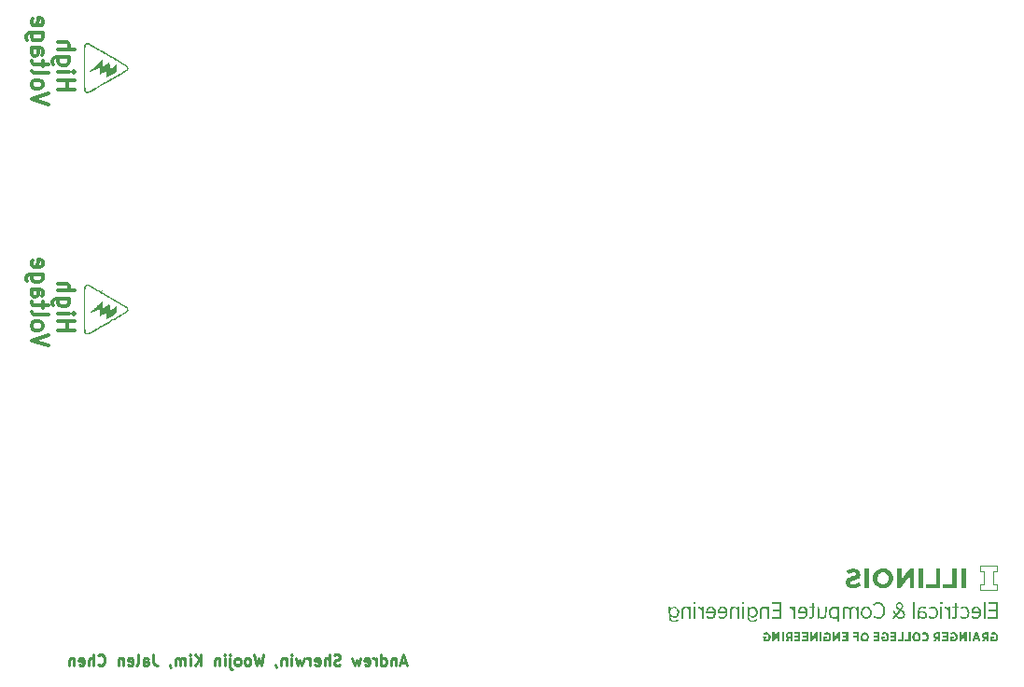
<source format=gbr>
%TF.GenerationSoftware,KiCad,Pcbnew,7.0.9*%
%TF.CreationDate,2024-04-09T14:28:23-05:00*%
%TF.ProjectId,Humidifier Subsystem,48756d69-6469-4666-9965-722053756273,rev?*%
%TF.SameCoordinates,Original*%
%TF.FileFunction,Legend,Bot*%
%TF.FilePolarity,Positive*%
%FSLAX46Y46*%
G04 Gerber Fmt 4.6, Leading zero omitted, Abs format (unit mm)*
G04 Created by KiCad (PCBNEW 7.0.9) date 2024-04-09 14:28:23*
%MOMM*%
%LPD*%
G01*
G04 APERTURE LIST*
%ADD10C,0.300000*%
%ADD11C,0.250000*%
G04 APERTURE END LIST*
D10*
X55514171Y-93302632D02*
X57014171Y-93302632D01*
X56299885Y-93302632D02*
X56299885Y-92445489D01*
X55514171Y-92445489D02*
X57014171Y-92445489D01*
X55514171Y-91731203D02*
X56514171Y-91731203D01*
X57014171Y-91731203D02*
X56942742Y-91802631D01*
X56942742Y-91802631D02*
X56871314Y-91731203D01*
X56871314Y-91731203D02*
X56942742Y-91659774D01*
X56942742Y-91659774D02*
X57014171Y-91731203D01*
X57014171Y-91731203D02*
X56871314Y-91731203D01*
X56514171Y-90374060D02*
X55299885Y-90374060D01*
X55299885Y-90374060D02*
X55157028Y-90445488D01*
X55157028Y-90445488D02*
X55085600Y-90516917D01*
X55085600Y-90516917D02*
X55014171Y-90659774D01*
X55014171Y-90659774D02*
X55014171Y-90874060D01*
X55014171Y-90874060D02*
X55085600Y-91016917D01*
X55585600Y-90374060D02*
X55514171Y-90516917D01*
X55514171Y-90516917D02*
X55514171Y-90802631D01*
X55514171Y-90802631D02*
X55585600Y-90945488D01*
X55585600Y-90945488D02*
X55657028Y-91016917D01*
X55657028Y-91016917D02*
X55799885Y-91088345D01*
X55799885Y-91088345D02*
X56228457Y-91088345D01*
X56228457Y-91088345D02*
X56371314Y-91016917D01*
X56371314Y-91016917D02*
X56442742Y-90945488D01*
X56442742Y-90945488D02*
X56514171Y-90802631D01*
X56514171Y-90802631D02*
X56514171Y-90516917D01*
X56514171Y-90516917D02*
X56442742Y-90374060D01*
X55514171Y-89659774D02*
X57014171Y-89659774D01*
X55514171Y-89016917D02*
X56299885Y-89016917D01*
X56299885Y-89016917D02*
X56442742Y-89088345D01*
X56442742Y-89088345D02*
X56514171Y-89231202D01*
X56514171Y-89231202D02*
X56514171Y-89445488D01*
X56514171Y-89445488D02*
X56442742Y-89588345D01*
X56442742Y-89588345D02*
X56371314Y-89659774D01*
X54599171Y-94659774D02*
X53099171Y-94159774D01*
X53099171Y-94159774D02*
X54599171Y-93659774D01*
X53099171Y-92945489D02*
X53170600Y-93088346D01*
X53170600Y-93088346D02*
X53242028Y-93159775D01*
X53242028Y-93159775D02*
X53384885Y-93231203D01*
X53384885Y-93231203D02*
X53813457Y-93231203D01*
X53813457Y-93231203D02*
X53956314Y-93159775D01*
X53956314Y-93159775D02*
X54027742Y-93088346D01*
X54027742Y-93088346D02*
X54099171Y-92945489D01*
X54099171Y-92945489D02*
X54099171Y-92731203D01*
X54099171Y-92731203D02*
X54027742Y-92588346D01*
X54027742Y-92588346D02*
X53956314Y-92516918D01*
X53956314Y-92516918D02*
X53813457Y-92445489D01*
X53813457Y-92445489D02*
X53384885Y-92445489D01*
X53384885Y-92445489D02*
X53242028Y-92516918D01*
X53242028Y-92516918D02*
X53170600Y-92588346D01*
X53170600Y-92588346D02*
X53099171Y-92731203D01*
X53099171Y-92731203D02*
X53099171Y-92945489D01*
X53099171Y-91588346D02*
X53170600Y-91731203D01*
X53170600Y-91731203D02*
X53313457Y-91802632D01*
X53313457Y-91802632D02*
X54599171Y-91802632D01*
X54099171Y-91231203D02*
X54099171Y-90659775D01*
X54599171Y-91016918D02*
X53313457Y-91016918D01*
X53313457Y-91016918D02*
X53170600Y-90945489D01*
X53170600Y-90945489D02*
X53099171Y-90802632D01*
X53099171Y-90802632D02*
X53099171Y-90659775D01*
X53099171Y-89516918D02*
X53884885Y-89516918D01*
X53884885Y-89516918D02*
X54027742Y-89588346D01*
X54027742Y-89588346D02*
X54099171Y-89731203D01*
X54099171Y-89731203D02*
X54099171Y-90016918D01*
X54099171Y-90016918D02*
X54027742Y-90159775D01*
X53170600Y-89516918D02*
X53099171Y-89659775D01*
X53099171Y-89659775D02*
X53099171Y-90016918D01*
X53099171Y-90016918D02*
X53170600Y-90159775D01*
X53170600Y-90159775D02*
X53313457Y-90231203D01*
X53313457Y-90231203D02*
X53456314Y-90231203D01*
X53456314Y-90231203D02*
X53599171Y-90159775D01*
X53599171Y-90159775D02*
X53670600Y-90016918D01*
X53670600Y-90016918D02*
X53670600Y-89659775D01*
X53670600Y-89659775D02*
X53742028Y-89516918D01*
X54099171Y-88159775D02*
X52884885Y-88159775D01*
X52884885Y-88159775D02*
X52742028Y-88231203D01*
X52742028Y-88231203D02*
X52670600Y-88302632D01*
X52670600Y-88302632D02*
X52599171Y-88445489D01*
X52599171Y-88445489D02*
X52599171Y-88659775D01*
X52599171Y-88659775D02*
X52670600Y-88802632D01*
X53170600Y-88159775D02*
X53099171Y-88302632D01*
X53099171Y-88302632D02*
X53099171Y-88588346D01*
X53099171Y-88588346D02*
X53170600Y-88731203D01*
X53170600Y-88731203D02*
X53242028Y-88802632D01*
X53242028Y-88802632D02*
X53384885Y-88874060D01*
X53384885Y-88874060D02*
X53813457Y-88874060D01*
X53813457Y-88874060D02*
X53956314Y-88802632D01*
X53956314Y-88802632D02*
X54027742Y-88731203D01*
X54027742Y-88731203D02*
X54099171Y-88588346D01*
X54099171Y-88588346D02*
X54099171Y-88302632D01*
X54099171Y-88302632D02*
X54027742Y-88159775D01*
X53170600Y-86874060D02*
X53099171Y-87016917D01*
X53099171Y-87016917D02*
X53099171Y-87302632D01*
X53099171Y-87302632D02*
X53170600Y-87445489D01*
X53170600Y-87445489D02*
X53313457Y-87516917D01*
X53313457Y-87516917D02*
X53884885Y-87516917D01*
X53884885Y-87516917D02*
X54027742Y-87445489D01*
X54027742Y-87445489D02*
X54099171Y-87302632D01*
X54099171Y-87302632D02*
X54099171Y-87016917D01*
X54099171Y-87016917D02*
X54027742Y-86874060D01*
X54027742Y-86874060D02*
X53884885Y-86802632D01*
X53884885Y-86802632D02*
X53742028Y-86802632D01*
X53742028Y-86802632D02*
X53599171Y-87516917D01*
X55514171Y-71402632D02*
X57014171Y-71402632D01*
X56299885Y-71402632D02*
X56299885Y-70545489D01*
X55514171Y-70545489D02*
X57014171Y-70545489D01*
X55514171Y-69831203D02*
X56514171Y-69831203D01*
X57014171Y-69831203D02*
X56942742Y-69902631D01*
X56942742Y-69902631D02*
X56871314Y-69831203D01*
X56871314Y-69831203D02*
X56942742Y-69759774D01*
X56942742Y-69759774D02*
X57014171Y-69831203D01*
X57014171Y-69831203D02*
X56871314Y-69831203D01*
X56514171Y-68474060D02*
X55299885Y-68474060D01*
X55299885Y-68474060D02*
X55157028Y-68545488D01*
X55157028Y-68545488D02*
X55085600Y-68616917D01*
X55085600Y-68616917D02*
X55014171Y-68759774D01*
X55014171Y-68759774D02*
X55014171Y-68974060D01*
X55014171Y-68974060D02*
X55085600Y-69116917D01*
X55585600Y-68474060D02*
X55514171Y-68616917D01*
X55514171Y-68616917D02*
X55514171Y-68902631D01*
X55514171Y-68902631D02*
X55585600Y-69045488D01*
X55585600Y-69045488D02*
X55657028Y-69116917D01*
X55657028Y-69116917D02*
X55799885Y-69188345D01*
X55799885Y-69188345D02*
X56228457Y-69188345D01*
X56228457Y-69188345D02*
X56371314Y-69116917D01*
X56371314Y-69116917D02*
X56442742Y-69045488D01*
X56442742Y-69045488D02*
X56514171Y-68902631D01*
X56514171Y-68902631D02*
X56514171Y-68616917D01*
X56514171Y-68616917D02*
X56442742Y-68474060D01*
X55514171Y-67759774D02*
X57014171Y-67759774D01*
X55514171Y-67116917D02*
X56299885Y-67116917D01*
X56299885Y-67116917D02*
X56442742Y-67188345D01*
X56442742Y-67188345D02*
X56514171Y-67331202D01*
X56514171Y-67331202D02*
X56514171Y-67545488D01*
X56514171Y-67545488D02*
X56442742Y-67688345D01*
X56442742Y-67688345D02*
X56371314Y-67759774D01*
X54599171Y-72759774D02*
X53099171Y-72259774D01*
X53099171Y-72259774D02*
X54599171Y-71759774D01*
X53099171Y-71045489D02*
X53170600Y-71188346D01*
X53170600Y-71188346D02*
X53242028Y-71259775D01*
X53242028Y-71259775D02*
X53384885Y-71331203D01*
X53384885Y-71331203D02*
X53813457Y-71331203D01*
X53813457Y-71331203D02*
X53956314Y-71259775D01*
X53956314Y-71259775D02*
X54027742Y-71188346D01*
X54027742Y-71188346D02*
X54099171Y-71045489D01*
X54099171Y-71045489D02*
X54099171Y-70831203D01*
X54099171Y-70831203D02*
X54027742Y-70688346D01*
X54027742Y-70688346D02*
X53956314Y-70616918D01*
X53956314Y-70616918D02*
X53813457Y-70545489D01*
X53813457Y-70545489D02*
X53384885Y-70545489D01*
X53384885Y-70545489D02*
X53242028Y-70616918D01*
X53242028Y-70616918D02*
X53170600Y-70688346D01*
X53170600Y-70688346D02*
X53099171Y-70831203D01*
X53099171Y-70831203D02*
X53099171Y-71045489D01*
X53099171Y-69688346D02*
X53170600Y-69831203D01*
X53170600Y-69831203D02*
X53313457Y-69902632D01*
X53313457Y-69902632D02*
X54599171Y-69902632D01*
X54099171Y-69331203D02*
X54099171Y-68759775D01*
X54599171Y-69116918D02*
X53313457Y-69116918D01*
X53313457Y-69116918D02*
X53170600Y-69045489D01*
X53170600Y-69045489D02*
X53099171Y-68902632D01*
X53099171Y-68902632D02*
X53099171Y-68759775D01*
X53099171Y-67616918D02*
X53884885Y-67616918D01*
X53884885Y-67616918D02*
X54027742Y-67688346D01*
X54027742Y-67688346D02*
X54099171Y-67831203D01*
X54099171Y-67831203D02*
X54099171Y-68116918D01*
X54099171Y-68116918D02*
X54027742Y-68259775D01*
X53170600Y-67616918D02*
X53099171Y-67759775D01*
X53099171Y-67759775D02*
X53099171Y-68116918D01*
X53099171Y-68116918D02*
X53170600Y-68259775D01*
X53170600Y-68259775D02*
X53313457Y-68331203D01*
X53313457Y-68331203D02*
X53456314Y-68331203D01*
X53456314Y-68331203D02*
X53599171Y-68259775D01*
X53599171Y-68259775D02*
X53670600Y-68116918D01*
X53670600Y-68116918D02*
X53670600Y-67759775D01*
X53670600Y-67759775D02*
X53742028Y-67616918D01*
X54099171Y-66259775D02*
X52884885Y-66259775D01*
X52884885Y-66259775D02*
X52742028Y-66331203D01*
X52742028Y-66331203D02*
X52670600Y-66402632D01*
X52670600Y-66402632D02*
X52599171Y-66545489D01*
X52599171Y-66545489D02*
X52599171Y-66759775D01*
X52599171Y-66759775D02*
X52670600Y-66902632D01*
X53170600Y-66259775D02*
X53099171Y-66402632D01*
X53099171Y-66402632D02*
X53099171Y-66688346D01*
X53099171Y-66688346D02*
X53170600Y-66831203D01*
X53170600Y-66831203D02*
X53242028Y-66902632D01*
X53242028Y-66902632D02*
X53384885Y-66974060D01*
X53384885Y-66974060D02*
X53813457Y-66974060D01*
X53813457Y-66974060D02*
X53956314Y-66902632D01*
X53956314Y-66902632D02*
X54027742Y-66831203D01*
X54027742Y-66831203D02*
X54099171Y-66688346D01*
X54099171Y-66688346D02*
X54099171Y-66402632D01*
X54099171Y-66402632D02*
X54027742Y-66259775D01*
X53170600Y-64974060D02*
X53099171Y-65116917D01*
X53099171Y-65116917D02*
X53099171Y-65402632D01*
X53099171Y-65402632D02*
X53170600Y-65545489D01*
X53170600Y-65545489D02*
X53313457Y-65616917D01*
X53313457Y-65616917D02*
X53884885Y-65616917D01*
X53884885Y-65616917D02*
X54027742Y-65545489D01*
X54027742Y-65545489D02*
X54099171Y-65402632D01*
X54099171Y-65402632D02*
X54099171Y-65116917D01*
X54099171Y-65116917D02*
X54027742Y-64974060D01*
X54027742Y-64974060D02*
X53884885Y-64902632D01*
X53884885Y-64902632D02*
X53742028Y-64902632D01*
X53742028Y-64902632D02*
X53599171Y-65616917D01*
D11*
X87045050Y-123378904D02*
X86568860Y-123378904D01*
X87140288Y-123664619D02*
X86806955Y-122664619D01*
X86806955Y-122664619D02*
X86473622Y-123664619D01*
X86140288Y-122997952D02*
X86140288Y-123664619D01*
X86140288Y-123093190D02*
X86092669Y-123045571D01*
X86092669Y-123045571D02*
X85997431Y-122997952D01*
X85997431Y-122997952D02*
X85854574Y-122997952D01*
X85854574Y-122997952D02*
X85759336Y-123045571D01*
X85759336Y-123045571D02*
X85711717Y-123140809D01*
X85711717Y-123140809D02*
X85711717Y-123664619D01*
X84806955Y-123664619D02*
X84806955Y-122664619D01*
X84806955Y-123617000D02*
X84902193Y-123664619D01*
X84902193Y-123664619D02*
X85092669Y-123664619D01*
X85092669Y-123664619D02*
X85187907Y-123617000D01*
X85187907Y-123617000D02*
X85235526Y-123569380D01*
X85235526Y-123569380D02*
X85283145Y-123474142D01*
X85283145Y-123474142D02*
X85283145Y-123188428D01*
X85283145Y-123188428D02*
X85235526Y-123093190D01*
X85235526Y-123093190D02*
X85187907Y-123045571D01*
X85187907Y-123045571D02*
X85092669Y-122997952D01*
X85092669Y-122997952D02*
X84902193Y-122997952D01*
X84902193Y-122997952D02*
X84806955Y-123045571D01*
X84330764Y-123664619D02*
X84330764Y-122997952D01*
X84330764Y-123188428D02*
X84283145Y-123093190D01*
X84283145Y-123093190D02*
X84235526Y-123045571D01*
X84235526Y-123045571D02*
X84140288Y-122997952D01*
X84140288Y-122997952D02*
X84045050Y-122997952D01*
X83330764Y-123617000D02*
X83426002Y-123664619D01*
X83426002Y-123664619D02*
X83616478Y-123664619D01*
X83616478Y-123664619D02*
X83711716Y-123617000D01*
X83711716Y-123617000D02*
X83759335Y-123521761D01*
X83759335Y-123521761D02*
X83759335Y-123140809D01*
X83759335Y-123140809D02*
X83711716Y-123045571D01*
X83711716Y-123045571D02*
X83616478Y-122997952D01*
X83616478Y-122997952D02*
X83426002Y-122997952D01*
X83426002Y-122997952D02*
X83330764Y-123045571D01*
X83330764Y-123045571D02*
X83283145Y-123140809D01*
X83283145Y-123140809D02*
X83283145Y-123236047D01*
X83283145Y-123236047D02*
X83759335Y-123331285D01*
X82949811Y-122997952D02*
X82759335Y-123664619D01*
X82759335Y-123664619D02*
X82568859Y-123188428D01*
X82568859Y-123188428D02*
X82378383Y-123664619D01*
X82378383Y-123664619D02*
X82187907Y-122997952D01*
X81092668Y-123617000D02*
X80949811Y-123664619D01*
X80949811Y-123664619D02*
X80711716Y-123664619D01*
X80711716Y-123664619D02*
X80616478Y-123617000D01*
X80616478Y-123617000D02*
X80568859Y-123569380D01*
X80568859Y-123569380D02*
X80521240Y-123474142D01*
X80521240Y-123474142D02*
X80521240Y-123378904D01*
X80521240Y-123378904D02*
X80568859Y-123283666D01*
X80568859Y-123283666D02*
X80616478Y-123236047D01*
X80616478Y-123236047D02*
X80711716Y-123188428D01*
X80711716Y-123188428D02*
X80902192Y-123140809D01*
X80902192Y-123140809D02*
X80997430Y-123093190D01*
X80997430Y-123093190D02*
X81045049Y-123045571D01*
X81045049Y-123045571D02*
X81092668Y-122950333D01*
X81092668Y-122950333D02*
X81092668Y-122855095D01*
X81092668Y-122855095D02*
X81045049Y-122759857D01*
X81045049Y-122759857D02*
X80997430Y-122712238D01*
X80997430Y-122712238D02*
X80902192Y-122664619D01*
X80902192Y-122664619D02*
X80664097Y-122664619D01*
X80664097Y-122664619D02*
X80521240Y-122712238D01*
X80092668Y-123664619D02*
X80092668Y-122664619D01*
X79664097Y-123664619D02*
X79664097Y-123140809D01*
X79664097Y-123140809D02*
X79711716Y-123045571D01*
X79711716Y-123045571D02*
X79806954Y-122997952D01*
X79806954Y-122997952D02*
X79949811Y-122997952D01*
X79949811Y-122997952D02*
X80045049Y-123045571D01*
X80045049Y-123045571D02*
X80092668Y-123093190D01*
X78806954Y-123617000D02*
X78902192Y-123664619D01*
X78902192Y-123664619D02*
X79092668Y-123664619D01*
X79092668Y-123664619D02*
X79187906Y-123617000D01*
X79187906Y-123617000D02*
X79235525Y-123521761D01*
X79235525Y-123521761D02*
X79235525Y-123140809D01*
X79235525Y-123140809D02*
X79187906Y-123045571D01*
X79187906Y-123045571D02*
X79092668Y-122997952D01*
X79092668Y-122997952D02*
X78902192Y-122997952D01*
X78902192Y-122997952D02*
X78806954Y-123045571D01*
X78806954Y-123045571D02*
X78759335Y-123140809D01*
X78759335Y-123140809D02*
X78759335Y-123236047D01*
X78759335Y-123236047D02*
X79235525Y-123331285D01*
X78330763Y-123664619D02*
X78330763Y-122997952D01*
X78330763Y-123188428D02*
X78283144Y-123093190D01*
X78283144Y-123093190D02*
X78235525Y-123045571D01*
X78235525Y-123045571D02*
X78140287Y-122997952D01*
X78140287Y-122997952D02*
X78045049Y-122997952D01*
X77806953Y-122997952D02*
X77616477Y-123664619D01*
X77616477Y-123664619D02*
X77426001Y-123188428D01*
X77426001Y-123188428D02*
X77235525Y-123664619D01*
X77235525Y-123664619D02*
X77045049Y-122997952D01*
X76664096Y-123664619D02*
X76664096Y-122997952D01*
X76664096Y-122664619D02*
X76711715Y-122712238D01*
X76711715Y-122712238D02*
X76664096Y-122759857D01*
X76664096Y-122759857D02*
X76616477Y-122712238D01*
X76616477Y-122712238D02*
X76664096Y-122664619D01*
X76664096Y-122664619D02*
X76664096Y-122759857D01*
X76187906Y-122997952D02*
X76187906Y-123664619D01*
X76187906Y-123093190D02*
X76140287Y-123045571D01*
X76140287Y-123045571D02*
X76045049Y-122997952D01*
X76045049Y-122997952D02*
X75902192Y-122997952D01*
X75902192Y-122997952D02*
X75806954Y-123045571D01*
X75806954Y-123045571D02*
X75759335Y-123140809D01*
X75759335Y-123140809D02*
X75759335Y-123664619D01*
X75235525Y-123617000D02*
X75235525Y-123664619D01*
X75235525Y-123664619D02*
X75283144Y-123759857D01*
X75283144Y-123759857D02*
X75330763Y-123807476D01*
X74140287Y-122664619D02*
X73902192Y-123664619D01*
X73902192Y-123664619D02*
X73711716Y-122950333D01*
X73711716Y-122950333D02*
X73521240Y-123664619D01*
X73521240Y-123664619D02*
X73283145Y-122664619D01*
X72759335Y-123664619D02*
X72854573Y-123617000D01*
X72854573Y-123617000D02*
X72902192Y-123569380D01*
X72902192Y-123569380D02*
X72949811Y-123474142D01*
X72949811Y-123474142D02*
X72949811Y-123188428D01*
X72949811Y-123188428D02*
X72902192Y-123093190D01*
X72902192Y-123093190D02*
X72854573Y-123045571D01*
X72854573Y-123045571D02*
X72759335Y-122997952D01*
X72759335Y-122997952D02*
X72616478Y-122997952D01*
X72616478Y-122997952D02*
X72521240Y-123045571D01*
X72521240Y-123045571D02*
X72473621Y-123093190D01*
X72473621Y-123093190D02*
X72426002Y-123188428D01*
X72426002Y-123188428D02*
X72426002Y-123474142D01*
X72426002Y-123474142D02*
X72473621Y-123569380D01*
X72473621Y-123569380D02*
X72521240Y-123617000D01*
X72521240Y-123617000D02*
X72616478Y-123664619D01*
X72616478Y-123664619D02*
X72759335Y-123664619D01*
X71854573Y-123664619D02*
X71949811Y-123617000D01*
X71949811Y-123617000D02*
X71997430Y-123569380D01*
X71997430Y-123569380D02*
X72045049Y-123474142D01*
X72045049Y-123474142D02*
X72045049Y-123188428D01*
X72045049Y-123188428D02*
X71997430Y-123093190D01*
X71997430Y-123093190D02*
X71949811Y-123045571D01*
X71949811Y-123045571D02*
X71854573Y-122997952D01*
X71854573Y-122997952D02*
X71711716Y-122997952D01*
X71711716Y-122997952D02*
X71616478Y-123045571D01*
X71616478Y-123045571D02*
X71568859Y-123093190D01*
X71568859Y-123093190D02*
X71521240Y-123188428D01*
X71521240Y-123188428D02*
X71521240Y-123474142D01*
X71521240Y-123474142D02*
X71568859Y-123569380D01*
X71568859Y-123569380D02*
X71616478Y-123617000D01*
X71616478Y-123617000D02*
X71711716Y-123664619D01*
X71711716Y-123664619D02*
X71854573Y-123664619D01*
X71092668Y-122997952D02*
X71092668Y-123855095D01*
X71092668Y-123855095D02*
X71140287Y-123950333D01*
X71140287Y-123950333D02*
X71235525Y-123997952D01*
X71235525Y-123997952D02*
X71283144Y-123997952D01*
X71092668Y-122664619D02*
X71140287Y-122712238D01*
X71140287Y-122712238D02*
X71092668Y-122759857D01*
X71092668Y-122759857D02*
X71045049Y-122712238D01*
X71045049Y-122712238D02*
X71092668Y-122664619D01*
X71092668Y-122664619D02*
X71092668Y-122759857D01*
X70616478Y-123664619D02*
X70616478Y-122997952D01*
X70616478Y-122664619D02*
X70664097Y-122712238D01*
X70664097Y-122712238D02*
X70616478Y-122759857D01*
X70616478Y-122759857D02*
X70568859Y-122712238D01*
X70568859Y-122712238D02*
X70616478Y-122664619D01*
X70616478Y-122664619D02*
X70616478Y-122759857D01*
X70140288Y-122997952D02*
X70140288Y-123664619D01*
X70140288Y-123093190D02*
X70092669Y-123045571D01*
X70092669Y-123045571D02*
X69997431Y-122997952D01*
X69997431Y-122997952D02*
X69854574Y-122997952D01*
X69854574Y-122997952D02*
X69759336Y-123045571D01*
X69759336Y-123045571D02*
X69711717Y-123140809D01*
X69711717Y-123140809D02*
X69711717Y-123664619D01*
X68473621Y-123664619D02*
X68473621Y-122664619D01*
X67902193Y-123664619D02*
X68330764Y-123093190D01*
X67902193Y-122664619D02*
X68473621Y-123236047D01*
X67473621Y-123664619D02*
X67473621Y-122997952D01*
X67473621Y-122664619D02*
X67521240Y-122712238D01*
X67521240Y-122712238D02*
X67473621Y-122759857D01*
X67473621Y-122759857D02*
X67426002Y-122712238D01*
X67426002Y-122712238D02*
X67473621Y-122664619D01*
X67473621Y-122664619D02*
X67473621Y-122759857D01*
X66997431Y-123664619D02*
X66997431Y-122997952D01*
X66997431Y-123093190D02*
X66949812Y-123045571D01*
X66949812Y-123045571D02*
X66854574Y-122997952D01*
X66854574Y-122997952D02*
X66711717Y-122997952D01*
X66711717Y-122997952D02*
X66616479Y-123045571D01*
X66616479Y-123045571D02*
X66568860Y-123140809D01*
X66568860Y-123140809D02*
X66568860Y-123664619D01*
X66568860Y-123140809D02*
X66521241Y-123045571D01*
X66521241Y-123045571D02*
X66426003Y-122997952D01*
X66426003Y-122997952D02*
X66283146Y-122997952D01*
X66283146Y-122997952D02*
X66187907Y-123045571D01*
X66187907Y-123045571D02*
X66140288Y-123140809D01*
X66140288Y-123140809D02*
X66140288Y-123664619D01*
X65616479Y-123617000D02*
X65616479Y-123664619D01*
X65616479Y-123664619D02*
X65664098Y-123759857D01*
X65664098Y-123759857D02*
X65711717Y-123807476D01*
X64140289Y-122664619D02*
X64140289Y-123378904D01*
X64140289Y-123378904D02*
X64187908Y-123521761D01*
X64187908Y-123521761D02*
X64283146Y-123617000D01*
X64283146Y-123617000D02*
X64426003Y-123664619D01*
X64426003Y-123664619D02*
X64521241Y-123664619D01*
X63235527Y-123664619D02*
X63235527Y-123140809D01*
X63235527Y-123140809D02*
X63283146Y-123045571D01*
X63283146Y-123045571D02*
X63378384Y-122997952D01*
X63378384Y-122997952D02*
X63568860Y-122997952D01*
X63568860Y-122997952D02*
X63664098Y-123045571D01*
X63235527Y-123617000D02*
X63330765Y-123664619D01*
X63330765Y-123664619D02*
X63568860Y-123664619D01*
X63568860Y-123664619D02*
X63664098Y-123617000D01*
X63664098Y-123617000D02*
X63711717Y-123521761D01*
X63711717Y-123521761D02*
X63711717Y-123426523D01*
X63711717Y-123426523D02*
X63664098Y-123331285D01*
X63664098Y-123331285D02*
X63568860Y-123283666D01*
X63568860Y-123283666D02*
X63330765Y-123283666D01*
X63330765Y-123283666D02*
X63235527Y-123236047D01*
X62616479Y-123664619D02*
X62711717Y-123617000D01*
X62711717Y-123617000D02*
X62759336Y-123521761D01*
X62759336Y-123521761D02*
X62759336Y-122664619D01*
X61854574Y-123617000D02*
X61949812Y-123664619D01*
X61949812Y-123664619D02*
X62140288Y-123664619D01*
X62140288Y-123664619D02*
X62235526Y-123617000D01*
X62235526Y-123617000D02*
X62283145Y-123521761D01*
X62283145Y-123521761D02*
X62283145Y-123140809D01*
X62283145Y-123140809D02*
X62235526Y-123045571D01*
X62235526Y-123045571D02*
X62140288Y-122997952D01*
X62140288Y-122997952D02*
X61949812Y-122997952D01*
X61949812Y-122997952D02*
X61854574Y-123045571D01*
X61854574Y-123045571D02*
X61806955Y-123140809D01*
X61806955Y-123140809D02*
X61806955Y-123236047D01*
X61806955Y-123236047D02*
X62283145Y-123331285D01*
X61378383Y-122997952D02*
X61378383Y-123664619D01*
X61378383Y-123093190D02*
X61330764Y-123045571D01*
X61330764Y-123045571D02*
X61235526Y-122997952D01*
X61235526Y-122997952D02*
X61092669Y-122997952D01*
X61092669Y-122997952D02*
X60997431Y-123045571D01*
X60997431Y-123045571D02*
X60949812Y-123140809D01*
X60949812Y-123140809D02*
X60949812Y-123664619D01*
X59140288Y-123569380D02*
X59187907Y-123617000D01*
X59187907Y-123617000D02*
X59330764Y-123664619D01*
X59330764Y-123664619D02*
X59426002Y-123664619D01*
X59426002Y-123664619D02*
X59568859Y-123617000D01*
X59568859Y-123617000D02*
X59664097Y-123521761D01*
X59664097Y-123521761D02*
X59711716Y-123426523D01*
X59711716Y-123426523D02*
X59759335Y-123236047D01*
X59759335Y-123236047D02*
X59759335Y-123093190D01*
X59759335Y-123093190D02*
X59711716Y-122902714D01*
X59711716Y-122902714D02*
X59664097Y-122807476D01*
X59664097Y-122807476D02*
X59568859Y-122712238D01*
X59568859Y-122712238D02*
X59426002Y-122664619D01*
X59426002Y-122664619D02*
X59330764Y-122664619D01*
X59330764Y-122664619D02*
X59187907Y-122712238D01*
X59187907Y-122712238D02*
X59140288Y-122759857D01*
X58711716Y-123664619D02*
X58711716Y-122664619D01*
X58283145Y-123664619D02*
X58283145Y-123140809D01*
X58283145Y-123140809D02*
X58330764Y-123045571D01*
X58330764Y-123045571D02*
X58426002Y-122997952D01*
X58426002Y-122997952D02*
X58568859Y-122997952D01*
X58568859Y-122997952D02*
X58664097Y-123045571D01*
X58664097Y-123045571D02*
X58711716Y-123093190D01*
X57426002Y-123617000D02*
X57521240Y-123664619D01*
X57521240Y-123664619D02*
X57711716Y-123664619D01*
X57711716Y-123664619D02*
X57806954Y-123617000D01*
X57806954Y-123617000D02*
X57854573Y-123521761D01*
X57854573Y-123521761D02*
X57854573Y-123140809D01*
X57854573Y-123140809D02*
X57806954Y-123045571D01*
X57806954Y-123045571D02*
X57711716Y-122997952D01*
X57711716Y-122997952D02*
X57521240Y-122997952D01*
X57521240Y-122997952D02*
X57426002Y-123045571D01*
X57426002Y-123045571D02*
X57378383Y-123140809D01*
X57378383Y-123140809D02*
X57378383Y-123236047D01*
X57378383Y-123236047D02*
X57854573Y-123331285D01*
X56949811Y-122997952D02*
X56949811Y-123664619D01*
X56949811Y-123093190D02*
X56902192Y-123045571D01*
X56902192Y-123045571D02*
X56806954Y-122997952D01*
X56806954Y-122997952D02*
X56664097Y-122997952D01*
X56664097Y-122997952D02*
X56568859Y-123045571D01*
X56568859Y-123045571D02*
X56521240Y-123140809D01*
X56521240Y-123140809D02*
X56521240Y-123664619D01*
%TO.C,G\u002A\u002A\u002A*%
G36*
X57774501Y-93491164D02*
G01*
X57771376Y-93494290D01*
X57768250Y-93491164D01*
X57771376Y-93488039D01*
X57774501Y-93491164D01*
G37*
G36*
X57749495Y-93416146D02*
G01*
X57746369Y-93419272D01*
X57743244Y-93416146D01*
X57746369Y-93413020D01*
X57749495Y-93416146D01*
G37*
G36*
X57743244Y-93384888D02*
G01*
X57740118Y-93388014D01*
X57736992Y-93384888D01*
X57740118Y-93381762D01*
X57743244Y-93384888D01*
G37*
G36*
X61731725Y-90946788D02*
G01*
X61728599Y-90949914D01*
X61725474Y-90946788D01*
X61728599Y-90943663D01*
X61731725Y-90946788D01*
G37*
G36*
X61687964Y-90921782D02*
G01*
X61684839Y-90924908D01*
X61681713Y-90921782D01*
X61684839Y-90918656D01*
X61687964Y-90921782D01*
G37*
G36*
X61612946Y-90878021D02*
G01*
X61609820Y-90881147D01*
X61606694Y-90878021D01*
X61609820Y-90874896D01*
X61612946Y-90878021D01*
G37*
G36*
X61569185Y-90853015D02*
G01*
X61566059Y-90856141D01*
X61562934Y-90853015D01*
X61566059Y-90849889D01*
X61569185Y-90853015D01*
G37*
G36*
X61525424Y-90828009D02*
G01*
X61522299Y-90831135D01*
X61519173Y-90828009D01*
X61522299Y-90824883D01*
X61525424Y-90828009D01*
G37*
G36*
X61450406Y-90784248D02*
G01*
X61447280Y-90787374D01*
X61444154Y-90784248D01*
X61447280Y-90781123D01*
X61450406Y-90784248D01*
G37*
G36*
X61406645Y-90759242D02*
G01*
X61403519Y-90762368D01*
X61400394Y-90759242D01*
X61403519Y-90756116D01*
X61406645Y-90759242D01*
G37*
G36*
X61362884Y-90734236D02*
G01*
X61359759Y-90737362D01*
X61356633Y-90734236D01*
X61359759Y-90731110D01*
X61362884Y-90734236D01*
G37*
G36*
X61331627Y-90715481D02*
G01*
X61328501Y-90718607D01*
X61325375Y-90715481D01*
X61328501Y-90712356D01*
X61331627Y-90715481D01*
G37*
G36*
X61287866Y-90690475D02*
G01*
X61284740Y-90693601D01*
X61281614Y-90690475D01*
X61284740Y-90687349D01*
X61287866Y-90690475D01*
G37*
G36*
X61244105Y-90665469D02*
G01*
X61240979Y-90668595D01*
X61237854Y-90665469D01*
X61240979Y-90662343D01*
X61244105Y-90665469D01*
G37*
G36*
X61169087Y-90621708D02*
G01*
X61165961Y-90624834D01*
X61162835Y-90621708D01*
X61165961Y-90618583D01*
X61169087Y-90621708D01*
G37*
G36*
X61125326Y-90596702D02*
G01*
X61122200Y-90599828D01*
X61119074Y-90596702D01*
X61122200Y-90593576D01*
X61125326Y-90596702D01*
G37*
G36*
X61081565Y-90571696D02*
G01*
X61078439Y-90574822D01*
X61075314Y-90571696D01*
X61078439Y-90568570D01*
X61081565Y-90571696D01*
G37*
G36*
X61050307Y-90552941D02*
G01*
X61047182Y-90556067D01*
X61044056Y-90552941D01*
X61047182Y-90549816D01*
X61050307Y-90552941D01*
G37*
G36*
X61006547Y-90527935D02*
G01*
X61003421Y-90531061D01*
X61000295Y-90527935D01*
X61003421Y-90524809D01*
X61006547Y-90527935D01*
G37*
G36*
X60962786Y-90502929D02*
G01*
X60959660Y-90506055D01*
X60956534Y-90502929D01*
X60959660Y-90499803D01*
X60962786Y-90502929D01*
G37*
G36*
X60887767Y-90459168D02*
G01*
X60884642Y-90462294D01*
X60881516Y-90459168D01*
X60884642Y-90456043D01*
X60887767Y-90459168D01*
G37*
G36*
X60844007Y-90434162D02*
G01*
X60840881Y-90437288D01*
X60837755Y-90434162D01*
X60840881Y-90431036D01*
X60844007Y-90434162D01*
G37*
G36*
X60800246Y-90409156D02*
G01*
X60797120Y-90412282D01*
X60793994Y-90409156D01*
X60797120Y-90406030D01*
X60800246Y-90409156D01*
G37*
G36*
X60768988Y-90390401D02*
G01*
X60765862Y-90393527D01*
X60762737Y-90390401D01*
X60765862Y-90387276D01*
X60768988Y-90390401D01*
G37*
G36*
X60725227Y-90365395D02*
G01*
X60722102Y-90368521D01*
X60718976Y-90365395D01*
X60722102Y-90362269D01*
X60725227Y-90365395D01*
G37*
G36*
X60681467Y-90340389D02*
G01*
X60678341Y-90343515D01*
X60675215Y-90340389D01*
X60678341Y-90337263D01*
X60681467Y-90340389D01*
G37*
G36*
X60606448Y-90296628D02*
G01*
X60603322Y-90299754D01*
X60600197Y-90296628D01*
X60603322Y-90293503D01*
X60606448Y-90296628D01*
G37*
G36*
X60562687Y-90271622D02*
G01*
X60559562Y-90274748D01*
X60556436Y-90271622D01*
X60559562Y-90268496D01*
X60562687Y-90271622D01*
G37*
G36*
X60518927Y-90246616D02*
G01*
X60515801Y-90249742D01*
X60512675Y-90246616D01*
X60515801Y-90243490D01*
X60518927Y-90246616D01*
G37*
G36*
X60443908Y-90202855D02*
G01*
X60440782Y-90205981D01*
X60437657Y-90202855D01*
X60440782Y-90199729D01*
X60443908Y-90202855D01*
G37*
G36*
X60400147Y-90177849D02*
G01*
X60397022Y-90180975D01*
X60393896Y-90177849D01*
X60397022Y-90174723D01*
X60400147Y-90177849D01*
G37*
G36*
X60325129Y-90134088D02*
G01*
X60322003Y-90137214D01*
X60318877Y-90134088D01*
X60322003Y-90130963D01*
X60325129Y-90134088D01*
G37*
G36*
X60281368Y-90109082D02*
G01*
X60278242Y-90112208D01*
X60275117Y-90109082D01*
X60278242Y-90105956D01*
X60281368Y-90109082D01*
G37*
G36*
X60237607Y-90084076D02*
G01*
X60234482Y-90087202D01*
X60231356Y-90084076D01*
X60234482Y-90080950D01*
X60237607Y-90084076D01*
G37*
G36*
X60162589Y-90040315D02*
G01*
X60159463Y-90043441D01*
X60156337Y-90040315D01*
X60159463Y-90037189D01*
X60162589Y-90040315D01*
G37*
G36*
X60118828Y-90015309D02*
G01*
X60115702Y-90018435D01*
X60112577Y-90015309D01*
X60115702Y-90012183D01*
X60118828Y-90015309D01*
G37*
G36*
X60075067Y-89990303D02*
G01*
X60071942Y-89993429D01*
X60068816Y-89990303D01*
X60071942Y-89987177D01*
X60075067Y-89990303D01*
G37*
G36*
X60043810Y-89971548D02*
G01*
X60040684Y-89974674D01*
X60037558Y-89971548D01*
X60040684Y-89968423D01*
X60043810Y-89971548D01*
G37*
G36*
X60000049Y-89946542D02*
G01*
X59996923Y-89949668D01*
X59993797Y-89946542D01*
X59996923Y-89943416D01*
X60000049Y-89946542D01*
G37*
G36*
X59956288Y-89921536D02*
G01*
X59953162Y-89924662D01*
X59950037Y-89921536D01*
X59953162Y-89918410D01*
X59956288Y-89921536D01*
G37*
G36*
X59881270Y-89877775D02*
G01*
X59878144Y-89880901D01*
X59875018Y-89877775D01*
X59878144Y-89874649D01*
X59881270Y-89877775D01*
G37*
G36*
X59837509Y-89852769D02*
G01*
X59834383Y-89855895D01*
X59831257Y-89852769D01*
X59834383Y-89849643D01*
X59837509Y-89852769D01*
G37*
G36*
X59793748Y-89827763D02*
G01*
X59790622Y-89830889D01*
X59787497Y-89827763D01*
X59790622Y-89824637D01*
X59793748Y-89827763D01*
G37*
G36*
X59762491Y-89809008D02*
G01*
X59759365Y-89812134D01*
X59756239Y-89809008D01*
X59759365Y-89805883D01*
X59762491Y-89809008D01*
G37*
G36*
X59718730Y-89784002D02*
G01*
X59715604Y-89787128D01*
X59712478Y-89784002D01*
X59715604Y-89780876D01*
X59718730Y-89784002D01*
G37*
G36*
X59674969Y-89758996D02*
G01*
X59671843Y-89762122D01*
X59668717Y-89758996D01*
X59671843Y-89755870D01*
X59674969Y-89758996D01*
G37*
G36*
X59599951Y-89715235D02*
G01*
X59596825Y-89718361D01*
X59593699Y-89715235D01*
X59596825Y-89712109D01*
X59599951Y-89715235D01*
G37*
G36*
X59556190Y-89690229D02*
G01*
X59553064Y-89693355D01*
X59549938Y-89690229D01*
X59553064Y-89687103D01*
X59556190Y-89690229D01*
G37*
G36*
X59512429Y-89665223D02*
G01*
X59509303Y-89668349D01*
X59506177Y-89665223D01*
X59509303Y-89662097D01*
X59512429Y-89665223D01*
G37*
G36*
X59481171Y-89646468D02*
G01*
X59478046Y-89649594D01*
X59474920Y-89646468D01*
X59478046Y-89643343D01*
X59481171Y-89646468D01*
G37*
G36*
X59437411Y-89621462D02*
G01*
X59434285Y-89624588D01*
X59431159Y-89621462D01*
X59434285Y-89618336D01*
X59437411Y-89621462D01*
G37*
G36*
X59393650Y-89596456D02*
G01*
X59390524Y-89599582D01*
X59387398Y-89596456D01*
X59390524Y-89593330D01*
X59393650Y-89596456D01*
G37*
G36*
X59318631Y-89552695D02*
G01*
X59315506Y-89555821D01*
X59312380Y-89552695D01*
X59315506Y-89549569D01*
X59318631Y-89552695D01*
G37*
G36*
X59274871Y-89527689D02*
G01*
X59271745Y-89530815D01*
X59268619Y-89527689D01*
X59271745Y-89524563D01*
X59274871Y-89527689D01*
G37*
G36*
X59231110Y-89502683D02*
G01*
X59227984Y-89505809D01*
X59224858Y-89502683D01*
X59227984Y-89499557D01*
X59231110Y-89502683D01*
G37*
G36*
X59156091Y-89458922D02*
G01*
X59152966Y-89462048D01*
X59149840Y-89458922D01*
X59152966Y-89455796D01*
X59156091Y-89458922D01*
G37*
G36*
X59112331Y-89433916D02*
G01*
X59109205Y-89437042D01*
X59106079Y-89433916D01*
X59109205Y-89430790D01*
X59112331Y-89433916D01*
G37*
G36*
X59068570Y-89408910D02*
G01*
X59065444Y-89412036D01*
X59062318Y-89408910D01*
X59065444Y-89405784D01*
X59068570Y-89408910D01*
G37*
G36*
X59037312Y-89390155D02*
G01*
X59034186Y-89393281D01*
X59031061Y-89390155D01*
X59034186Y-89387029D01*
X59037312Y-89390155D01*
G37*
G36*
X58993551Y-89365149D02*
G01*
X58990426Y-89368275D01*
X58987300Y-89365149D01*
X58990426Y-89362023D01*
X58993551Y-89365149D01*
G37*
G36*
X57743244Y-89346394D02*
G01*
X57740118Y-89349520D01*
X57736992Y-89346394D01*
X57740118Y-89343269D01*
X57743244Y-89346394D01*
G37*
G36*
X58949791Y-89340143D02*
G01*
X58946665Y-89343269D01*
X58943539Y-89340143D01*
X58946665Y-89337017D01*
X58949791Y-89340143D01*
G37*
G36*
X57749495Y-89315137D02*
G01*
X57746369Y-89318263D01*
X57743244Y-89315137D01*
X57746369Y-89312011D01*
X57749495Y-89315137D01*
G37*
G36*
X58874772Y-89296382D02*
G01*
X58871646Y-89299508D01*
X58868521Y-89296382D01*
X58871646Y-89293256D01*
X58874772Y-89296382D01*
G37*
G36*
X57761998Y-89271376D02*
G01*
X57758873Y-89274502D01*
X57755747Y-89271376D01*
X57758873Y-89268250D01*
X57761998Y-89271376D01*
G37*
G36*
X58831011Y-89271376D02*
G01*
X58827886Y-89274502D01*
X58824760Y-89271376D01*
X58827886Y-89268250D01*
X58831011Y-89271376D01*
G37*
G36*
X57768250Y-89258873D02*
G01*
X57765124Y-89261999D01*
X57761998Y-89258873D01*
X57765124Y-89255747D01*
X57768250Y-89258873D01*
G37*
G36*
X58787251Y-89246370D02*
G01*
X58784125Y-89249496D01*
X58780999Y-89246370D01*
X58784125Y-89243244D01*
X58787251Y-89246370D01*
G37*
G36*
X57774501Y-89240118D02*
G01*
X57771376Y-89243244D01*
X57768250Y-89240118D01*
X57771376Y-89236993D01*
X57774501Y-89240118D01*
G37*
G36*
X57780753Y-89227615D02*
G01*
X57777627Y-89230741D01*
X57774501Y-89227615D01*
X57777627Y-89224489D01*
X57780753Y-89227615D01*
G37*
G36*
X58755993Y-89227615D02*
G01*
X58752867Y-89230741D01*
X58749741Y-89227615D01*
X58752867Y-89224489D01*
X58755993Y-89227615D01*
G37*
G36*
X57787004Y-89215112D02*
G01*
X57783879Y-89218238D01*
X57780753Y-89215112D01*
X57783879Y-89211986D01*
X57787004Y-89215112D01*
G37*
G36*
X57793256Y-89202609D02*
G01*
X57790130Y-89205735D01*
X57787004Y-89202609D01*
X57790130Y-89199483D01*
X57793256Y-89202609D01*
G37*
G36*
X58712232Y-89202609D02*
G01*
X58709106Y-89205735D01*
X58705981Y-89202609D01*
X58709106Y-89199483D01*
X58712232Y-89202609D01*
G37*
G36*
X57805759Y-89183854D02*
G01*
X57802633Y-89186980D01*
X57799508Y-89183854D01*
X57802633Y-89180729D01*
X57805759Y-89183854D01*
G37*
G36*
X58668471Y-89177603D02*
G01*
X58665346Y-89180729D01*
X58662220Y-89177603D01*
X58665346Y-89174477D01*
X58668471Y-89177603D01*
G37*
G36*
X57818262Y-89165100D02*
G01*
X57815136Y-89168226D01*
X57812011Y-89165100D01*
X57815136Y-89161974D01*
X57818262Y-89165100D01*
G37*
G36*
X58593453Y-89133842D02*
G01*
X58590327Y-89136968D01*
X58587201Y-89133842D01*
X58590327Y-89130716D01*
X58593453Y-89133842D01*
G37*
G36*
X58549692Y-89108836D02*
G01*
X58546566Y-89111962D01*
X58543441Y-89108836D01*
X58546566Y-89105710D01*
X58549692Y-89108836D01*
G37*
G36*
X58505931Y-89083830D02*
G01*
X58502806Y-89086956D01*
X58499680Y-89083830D01*
X58502806Y-89080704D01*
X58505931Y-89083830D01*
G37*
G36*
X58474674Y-89065075D02*
G01*
X58471548Y-89068201D01*
X58468422Y-89065075D01*
X58471548Y-89061949D01*
X58474674Y-89065075D01*
G37*
G36*
X57924538Y-89058824D02*
G01*
X57921413Y-89061949D01*
X57918287Y-89058824D01*
X57921413Y-89055698D01*
X57924538Y-89058824D01*
G37*
G36*
X57943293Y-89046321D02*
G01*
X57940167Y-89049446D01*
X57937041Y-89046321D01*
X57940167Y-89043195D01*
X57943293Y-89046321D01*
G37*
G36*
X58430913Y-89040069D02*
G01*
X58427787Y-89043195D01*
X58424661Y-89040069D01*
X58427787Y-89036943D01*
X58430913Y-89040069D01*
G37*
G36*
X57962048Y-89033818D02*
G01*
X57958922Y-89036943D01*
X57955796Y-89033818D01*
X57958922Y-89030692D01*
X57962048Y-89033818D01*
G37*
G36*
X57974551Y-89027566D02*
G01*
X57971425Y-89030692D01*
X57968299Y-89027566D01*
X57971425Y-89024440D01*
X57974551Y-89027566D01*
G37*
G36*
X57987054Y-89021314D02*
G01*
X57983928Y-89024440D01*
X57980802Y-89021314D01*
X57983928Y-89018189D01*
X57987054Y-89021314D01*
G37*
G36*
X57999557Y-89015063D02*
G01*
X57996431Y-89018189D01*
X57993305Y-89015063D01*
X57996431Y-89011937D01*
X57999557Y-89015063D01*
G37*
G36*
X58012060Y-89008811D02*
G01*
X58008934Y-89011937D01*
X58005808Y-89008811D01*
X58008934Y-89005686D01*
X58012060Y-89008811D01*
G37*
G36*
X58355894Y-89002560D02*
G01*
X58352769Y-89005686D01*
X58349643Y-89002560D01*
X58352769Y-88999434D01*
X58355894Y-89002560D01*
G37*
G36*
X58043318Y-88996308D02*
G01*
X58040192Y-88999434D01*
X58037066Y-88996308D01*
X58040192Y-88993183D01*
X58043318Y-88996308D01*
G37*
G36*
X58062072Y-88990057D02*
G01*
X58058946Y-88993183D01*
X58055821Y-88990057D01*
X58058946Y-88986931D01*
X58062072Y-88990057D01*
G37*
G36*
X58087078Y-88983805D02*
G01*
X58083953Y-88986931D01*
X58080827Y-88983805D01*
X58083953Y-88980679D01*
X58087078Y-88983805D01*
G37*
G36*
X58268373Y-88977554D02*
G01*
X58265247Y-88980679D01*
X58262121Y-88977554D01*
X58265247Y-88974428D01*
X58268373Y-88977554D01*
G37*
G36*
X58116252Y-88976512D02*
G01*
X58117230Y-88978392D01*
X58112084Y-88980679D01*
X58108775Y-88980228D01*
X58107917Y-88976512D01*
X58108833Y-88975764D01*
X58116252Y-88976512D01*
G37*
G36*
X57837814Y-89138531D02*
G01*
X57832092Y-89145199D01*
X57826874Y-89149471D01*
X57825777Y-89149368D01*
X57825735Y-89145295D01*
X57835454Y-89136171D01*
X57839984Y-89132678D01*
X57843221Y-89131126D01*
X57837814Y-89138531D01*
G37*
G36*
X57894078Y-89082267D02*
G01*
X57888356Y-89088935D01*
X57883138Y-89093207D01*
X57882041Y-89093105D01*
X57881999Y-89089031D01*
X57891718Y-89079907D01*
X57896247Y-89076414D01*
X57899485Y-89074862D01*
X57894078Y-89082267D01*
G37*
G36*
X58204295Y-88969950D02*
G01*
X58208321Y-88971158D01*
X58202537Y-88972167D01*
X58187103Y-88972555D01*
X58173133Y-88972256D01*
X58166033Y-88971313D01*
X58169911Y-88969950D01*
X58184102Y-88968904D01*
X58204295Y-88969950D01*
G37*
G36*
X57734854Y-90157043D02*
G01*
X57734963Y-90177825D01*
X57735076Y-90210308D01*
X57735191Y-90254692D01*
X57735309Y-90311179D01*
X57735429Y-90379968D01*
X57735601Y-90498889D01*
X57735761Y-90640908D01*
X57735890Y-90791675D01*
X57735987Y-90949258D01*
X57736052Y-91111725D01*
X57736085Y-91277144D01*
X57736087Y-91443583D01*
X57736056Y-91609110D01*
X57735994Y-91771793D01*
X57735901Y-91929701D01*
X57735775Y-92080902D01*
X57735618Y-92223463D01*
X57735429Y-92355454D01*
X57735336Y-92409240D01*
X57735218Y-92468250D01*
X57735102Y-92515114D01*
X57734989Y-92550032D01*
X57734879Y-92573207D01*
X57734773Y-92584840D01*
X57734671Y-92585132D01*
X57734573Y-92574285D01*
X57734479Y-92552500D01*
X57734391Y-92519979D01*
X57734307Y-92476923D01*
X57734229Y-92423534D01*
X57734157Y-92360013D01*
X57734092Y-92286562D01*
X57734032Y-92203382D01*
X57733980Y-92110675D01*
X57733935Y-92008642D01*
X57733897Y-91897484D01*
X57733867Y-91777404D01*
X57733845Y-91648603D01*
X57733832Y-91511281D01*
X57733827Y-91365641D01*
X57733830Y-91252252D01*
X57733842Y-91113087D01*
X57733861Y-90982416D01*
X57733890Y-90860438D01*
X57733926Y-90747353D01*
X57733969Y-90643363D01*
X57734020Y-90548668D01*
X57734078Y-90463468D01*
X57734142Y-90387964D01*
X57734212Y-90322356D01*
X57734289Y-90266845D01*
X57734371Y-90221631D01*
X57734459Y-90186916D01*
X57734551Y-90162899D01*
X57734648Y-90149781D01*
X57734749Y-90147762D01*
X57734854Y-90157043D01*
G37*
G36*
X59563140Y-90576359D02*
G01*
X59564382Y-90585881D01*
X59565546Y-90607091D01*
X59566621Y-90639369D01*
X59567593Y-90682096D01*
X59568450Y-90734652D01*
X59569180Y-90796419D01*
X59569769Y-90866777D01*
X59570206Y-90945106D01*
X59571819Y-91316400D01*
X59878144Y-91057883D01*
X60184469Y-90799366D01*
X60186082Y-91168967D01*
X60186117Y-91176728D01*
X60186590Y-91257987D01*
X60187217Y-91329732D01*
X60187990Y-91391536D01*
X60188899Y-91442972D01*
X60189935Y-91483614D01*
X60191091Y-91513034D01*
X60192356Y-91530805D01*
X60193722Y-91536500D01*
X60199081Y-91532502D01*
X60213203Y-91521101D01*
X60235202Y-91503014D01*
X60264230Y-91478950D01*
X60299436Y-91449616D01*
X60339969Y-91415720D01*
X60384982Y-91377972D01*
X60433622Y-91337079D01*
X60485041Y-91293749D01*
X60532121Y-91254033D01*
X60582039Y-91211931D01*
X60628786Y-91172511D01*
X60671450Y-91136543D01*
X60709117Y-91104794D01*
X60740878Y-91078034D01*
X60765819Y-91057032D01*
X60783029Y-91042555D01*
X60791595Y-91035373D01*
X60812857Y-91017682D01*
X60811240Y-91356564D01*
X60809623Y-91695446D01*
X60359512Y-91956068D01*
X59909402Y-92216689D01*
X59907776Y-91929617D01*
X59907372Y-91867374D01*
X59906834Y-91807628D01*
X59906187Y-91758760D01*
X59905402Y-91719906D01*
X59904449Y-91690202D01*
X59903301Y-91668783D01*
X59901929Y-91654785D01*
X59900304Y-91647343D01*
X59898399Y-91645593D01*
X59894987Y-91647387D01*
X59881532Y-91654920D01*
X59858938Y-91667766D01*
X59828204Y-91685348D01*
X59790331Y-91707092D01*
X59746319Y-91732425D01*
X59697168Y-91760771D01*
X59643877Y-91791556D01*
X59587447Y-91824207D01*
X59284248Y-91999772D01*
X59282629Y-91678018D01*
X59282517Y-91656808D01*
X59282146Y-91595895D01*
X59281726Y-91539319D01*
X59281270Y-91488247D01*
X59280792Y-91443844D01*
X59280305Y-91407278D01*
X59279823Y-91379715D01*
X59279358Y-91362321D01*
X59278926Y-91356264D01*
X59277333Y-91356806D01*
X59265812Y-91361047D01*
X59243903Y-91369227D01*
X59212477Y-91381017D01*
X59172405Y-91396089D01*
X59124558Y-91414114D01*
X59069806Y-91434765D01*
X59009022Y-91457713D01*
X58943074Y-91482630D01*
X58872836Y-91509187D01*
X58799176Y-91537058D01*
X58763933Y-91550395D01*
X58691371Y-91577846D01*
X58622434Y-91603910D01*
X58558019Y-91628251D01*
X58499022Y-91650530D01*
X58446339Y-91670410D01*
X58400866Y-91687551D01*
X58363500Y-91701616D01*
X58335138Y-91712266D01*
X58316675Y-91719164D01*
X58309008Y-91721971D01*
X58305378Y-91721829D01*
X58309199Y-91715262D01*
X58322076Y-91702155D01*
X58324070Y-91700292D01*
X58339924Y-91685626D01*
X58363538Y-91663935D01*
X58394259Y-91635815D01*
X58431431Y-91601859D01*
X58474402Y-91562660D01*
X58522517Y-91518813D01*
X58575122Y-91470911D01*
X58631563Y-91419548D01*
X58691185Y-91365318D01*
X58753335Y-91308815D01*
X58817358Y-91250633D01*
X58882600Y-91191365D01*
X58948408Y-91131606D01*
X59014126Y-91071948D01*
X59079101Y-91012986D01*
X59142679Y-90955315D01*
X59204205Y-90899526D01*
X59263026Y-90846215D01*
X59318487Y-90795976D01*
X59369935Y-90749401D01*
X59416714Y-90707085D01*
X59458172Y-90669622D01*
X59493653Y-90637605D01*
X59522503Y-90611629D01*
X59544070Y-90592287D01*
X59557698Y-90580173D01*
X59562733Y-90575880D01*
X59563140Y-90576359D01*
G37*
G36*
X58213412Y-89090744D02*
G01*
X58242190Y-89091745D01*
X58263924Y-89094062D01*
X58281957Y-89098117D01*
X58299631Y-89104327D01*
X58302913Y-89105946D01*
X58316954Y-89113575D01*
X58341160Y-89127088D01*
X58375112Y-89146243D01*
X58418391Y-89170800D01*
X58470578Y-89200519D01*
X58531253Y-89235158D01*
X58599996Y-89274477D01*
X58676388Y-89318234D01*
X58760010Y-89366190D01*
X58850442Y-89418102D01*
X58947265Y-89473731D01*
X59050059Y-89532835D01*
X59158405Y-89595174D01*
X59271883Y-89660507D01*
X59390075Y-89728592D01*
X59512560Y-89799190D01*
X59638919Y-89872059D01*
X59768733Y-89946959D01*
X59901582Y-90023648D01*
X60037047Y-90101886D01*
X60143750Y-90163537D01*
X60320932Y-90265956D01*
X60487414Y-90362250D01*
X60643292Y-90452478D01*
X60788663Y-90536694D01*
X60923622Y-90614954D01*
X61048265Y-90687316D01*
X61162689Y-90753834D01*
X61266989Y-90814565D01*
X61361262Y-90869564D01*
X61445603Y-90918889D01*
X61520109Y-90962594D01*
X61584874Y-91000736D01*
X61639997Y-91033372D01*
X61685572Y-91060556D01*
X61721695Y-91082345D01*
X61748463Y-91098796D01*
X61765971Y-91109963D01*
X61774316Y-91115904D01*
X61793172Y-91133779D01*
X61832216Y-91182154D01*
X61860217Y-91236316D01*
X61877232Y-91296394D01*
X61883315Y-91362516D01*
X61882616Y-91392467D01*
X61873768Y-91454348D01*
X61854470Y-91510089D01*
X61824249Y-91560839D01*
X61782632Y-91607750D01*
X61780265Y-91609937D01*
X61774880Y-91614489D01*
X61767894Y-91619870D01*
X61758953Y-91626288D01*
X61747701Y-91633952D01*
X61733783Y-91643070D01*
X61716844Y-91653850D01*
X61696530Y-91666499D01*
X61672484Y-91681228D01*
X61644352Y-91698243D01*
X61611778Y-91717753D01*
X61574409Y-91739966D01*
X61531887Y-91765090D01*
X61483860Y-91793334D01*
X61429970Y-91824906D01*
X61369864Y-91860014D01*
X61303186Y-91898867D01*
X61229581Y-91941671D01*
X61148694Y-91988637D01*
X61060170Y-92039971D01*
X60963654Y-92095883D01*
X60858791Y-92156580D01*
X60745225Y-92222271D01*
X60622602Y-92293163D01*
X60490566Y-92369466D01*
X60348762Y-92451387D01*
X60196836Y-92539135D01*
X60034432Y-92632918D01*
X59872653Y-92726308D01*
X59698488Y-92826787D01*
X59534122Y-92921544D01*
X59379618Y-93010544D01*
X59235037Y-93093752D01*
X59100443Y-93171130D01*
X58975899Y-93242644D01*
X58861467Y-93308257D01*
X58757210Y-93367934D01*
X58663191Y-93421638D01*
X58579472Y-93469335D01*
X58506116Y-93510987D01*
X58443187Y-93546559D01*
X58390746Y-93576015D01*
X58348858Y-93599319D01*
X58317583Y-93616436D01*
X58296985Y-93627329D01*
X58287128Y-93631963D01*
X58242888Y-93642140D01*
X58204586Y-93644934D01*
X58191776Y-93645868D01*
X58140230Y-93642675D01*
X58093330Y-93632544D01*
X58063211Y-93621535D01*
X58005896Y-93591548D01*
X57955695Y-93552637D01*
X57913777Y-93505992D01*
X57881312Y-93452804D01*
X57859469Y-93394266D01*
X57859101Y-93392678D01*
X57858255Y-93387216D01*
X57857463Y-93379121D01*
X57856723Y-93367999D01*
X57856034Y-93353454D01*
X57855394Y-93335092D01*
X57854801Y-93312518D01*
X57854252Y-93285338D01*
X57853748Y-93253156D01*
X57853284Y-93215577D01*
X57852860Y-93172207D01*
X57852474Y-93122652D01*
X57852123Y-93066515D01*
X57851806Y-93003403D01*
X57851522Y-92932920D01*
X57851267Y-92854672D01*
X57851041Y-92768264D01*
X57850842Y-92673301D01*
X57850667Y-92569388D01*
X57850515Y-92456131D01*
X57850383Y-92333134D01*
X57850271Y-92200003D01*
X57850176Y-92056343D01*
X57850097Y-91901760D01*
X57850031Y-91735857D01*
X57849976Y-91558242D01*
X57849931Y-91368518D01*
X57849899Y-91231430D01*
X57849847Y-91050949D01*
X57849794Y-90882265D01*
X57849782Y-90843167D01*
X57981153Y-90843167D01*
X57981163Y-91006401D01*
X57981188Y-91181323D01*
X57981224Y-91368339D01*
X57981270Y-91544229D01*
X57981338Y-91727858D01*
X57981425Y-91899625D01*
X57981532Y-92059867D01*
X57981662Y-92208922D01*
X57981815Y-92347126D01*
X57981993Y-92474818D01*
X57982197Y-92592334D01*
X57982428Y-92700011D01*
X57982688Y-92798188D01*
X57982979Y-92887200D01*
X57983301Y-92967385D01*
X57983655Y-93039082D01*
X57984045Y-93102625D01*
X57984470Y-93158354D01*
X57984931Y-93206606D01*
X57985432Y-93247716D01*
X57985972Y-93282024D01*
X57986553Y-93309865D01*
X57987177Y-93331578D01*
X57987844Y-93347500D01*
X57988557Y-93357967D01*
X57989317Y-93363317D01*
X57991105Y-93369507D01*
X58010176Y-93411687D01*
X58038453Y-93447873D01*
X58073984Y-93477022D01*
X58114817Y-93498091D01*
X58159001Y-93510038D01*
X58204586Y-93511820D01*
X58249618Y-93502395D01*
X58257591Y-93498508D01*
X58276031Y-93488574D01*
X58304271Y-93472940D01*
X58341806Y-93451895D01*
X58388134Y-93425732D01*
X58442750Y-93394740D01*
X58505152Y-93359212D01*
X58574836Y-93319438D01*
X58651298Y-93275708D01*
X58734036Y-93228315D01*
X58822546Y-93177549D01*
X58916324Y-93123701D01*
X59014867Y-93067063D01*
X59117671Y-93007924D01*
X59224234Y-92946576D01*
X59334052Y-92883311D01*
X59446622Y-92818419D01*
X59561439Y-92752191D01*
X59678001Y-92684918D01*
X59795805Y-92616891D01*
X59914346Y-92548401D01*
X60033122Y-92479739D01*
X60151629Y-92411197D01*
X60269363Y-92343065D01*
X60385822Y-92275634D01*
X60500502Y-92209195D01*
X60612899Y-92144039D01*
X60722511Y-92080458D01*
X60828833Y-92018741D01*
X60931363Y-91959181D01*
X61029596Y-91902068D01*
X61123030Y-91847694D01*
X61211161Y-91796348D01*
X61293486Y-91748323D01*
X61369501Y-91703909D01*
X61438703Y-91663398D01*
X61500589Y-91627079D01*
X61554655Y-91595245D01*
X61600397Y-91568186D01*
X61637313Y-91546193D01*
X61664899Y-91529558D01*
X61682652Y-91518571D01*
X61690067Y-91513523D01*
X61698213Y-91505018D01*
X61716101Y-91482448D01*
X61730672Y-91459414D01*
X61734793Y-91451399D01*
X61741344Y-91435732D01*
X61745135Y-91419355D01*
X61746888Y-91398342D01*
X61747324Y-91368767D01*
X61747272Y-91355719D01*
X61746365Y-91329590D01*
X61743752Y-91310174D01*
X61738689Y-91293330D01*
X61730429Y-91274916D01*
X61722419Y-91260280D01*
X61707412Y-91237731D01*
X61692920Y-91220609D01*
X61687908Y-91217266D01*
X61672406Y-91207792D01*
X61647000Y-91192609D01*
X61612192Y-91172007D01*
X61568484Y-91146275D01*
X61516376Y-91115706D01*
X61456371Y-91080588D01*
X61388970Y-91041213D01*
X61314675Y-90997871D01*
X61233987Y-90950853D01*
X61147409Y-90900448D01*
X61055442Y-90846948D01*
X60958587Y-90790643D01*
X60857346Y-90731823D01*
X60752220Y-90670779D01*
X60643713Y-90607801D01*
X60532324Y-90543180D01*
X60418556Y-90477206D01*
X60302910Y-90410169D01*
X60185888Y-90342361D01*
X60067992Y-90274071D01*
X59949723Y-90205590D01*
X59831583Y-90137208D01*
X59714073Y-90069217D01*
X59597696Y-90001905D01*
X59482952Y-89935565D01*
X59370344Y-89870485D01*
X59260373Y-89806958D01*
X59153540Y-89745272D01*
X59050348Y-89685720D01*
X58951298Y-89628590D01*
X58856892Y-89574174D01*
X58767631Y-89522761D01*
X58684017Y-89474644D01*
X58606551Y-89430111D01*
X58535736Y-89389453D01*
X58472072Y-89352961D01*
X58416063Y-89320926D01*
X58368208Y-89293637D01*
X58329010Y-89271385D01*
X58298970Y-89254462D01*
X58278591Y-89243156D01*
X58268373Y-89237758D01*
X58245973Y-89228944D01*
X58201148Y-89220588D01*
X58156072Y-89223068D01*
X58112572Y-89235527D01*
X58072473Y-89257109D01*
X58037600Y-89286956D01*
X58009778Y-89324213D01*
X57990834Y-89368022D01*
X57990105Y-89370905D01*
X57989199Y-89376046D01*
X57988353Y-89383081D01*
X57987566Y-89392421D01*
X57986836Y-89404471D01*
X57986161Y-89419641D01*
X57985539Y-89438338D01*
X57984967Y-89460971D01*
X57984445Y-89487946D01*
X57983970Y-89519673D01*
X57983540Y-89556560D01*
X57983153Y-89599013D01*
X57982807Y-89647442D01*
X57982500Y-89702255D01*
X57982231Y-89763858D01*
X57981996Y-89832660D01*
X57981796Y-89909070D01*
X57981626Y-89993495D01*
X57981486Y-90086344D01*
X57981373Y-90188023D01*
X57981286Y-90298941D01*
X57981222Y-90419507D01*
X57981180Y-90550128D01*
X57981158Y-90691212D01*
X57981153Y-90843167D01*
X57849782Y-90843167D01*
X57849747Y-90724970D01*
X57849713Y-90578653D01*
X57849700Y-90442903D01*
X57849716Y-90317311D01*
X57849768Y-90201466D01*
X57849863Y-90094959D01*
X57850010Y-89997378D01*
X57850214Y-89908313D01*
X57850485Y-89827355D01*
X57850829Y-89754093D01*
X57851253Y-89688117D01*
X57851766Y-89629017D01*
X57852375Y-89576383D01*
X57853088Y-89529803D01*
X57853910Y-89488869D01*
X57854852Y-89453170D01*
X57855918Y-89422295D01*
X57857119Y-89395835D01*
X57858459Y-89373379D01*
X57859948Y-89354517D01*
X57861593Y-89338839D01*
X57863400Y-89325934D01*
X57865379Y-89315393D01*
X57867535Y-89306805D01*
X57869877Y-89299760D01*
X57872412Y-89293848D01*
X57875147Y-89288658D01*
X57878090Y-89283780D01*
X57881249Y-89278805D01*
X57884631Y-89273321D01*
X57888243Y-89266919D01*
X57913486Y-89226418D01*
X57951042Y-89184166D01*
X57998256Y-89147475D01*
X58002110Y-89144950D01*
X58039795Y-89122141D01*
X58073343Y-89106518D01*
X58106862Y-89096865D01*
X58144455Y-89091965D01*
X58190229Y-89090602D01*
X58213412Y-89090744D01*
G37*
G36*
X57774501Y-71591164D02*
G01*
X57771376Y-71594290D01*
X57768250Y-71591164D01*
X57771376Y-71588039D01*
X57774501Y-71591164D01*
G37*
G36*
X57749495Y-71516146D02*
G01*
X57746369Y-71519272D01*
X57743244Y-71516146D01*
X57746369Y-71513020D01*
X57749495Y-71516146D01*
G37*
G36*
X57743244Y-71484888D02*
G01*
X57740118Y-71488014D01*
X57736992Y-71484888D01*
X57740118Y-71481762D01*
X57743244Y-71484888D01*
G37*
G36*
X61731725Y-69046788D02*
G01*
X61728599Y-69049914D01*
X61725474Y-69046788D01*
X61728599Y-69043663D01*
X61731725Y-69046788D01*
G37*
G36*
X61687964Y-69021782D02*
G01*
X61684839Y-69024908D01*
X61681713Y-69021782D01*
X61684839Y-69018656D01*
X61687964Y-69021782D01*
G37*
G36*
X61612946Y-68978021D02*
G01*
X61609820Y-68981147D01*
X61606694Y-68978021D01*
X61609820Y-68974896D01*
X61612946Y-68978021D01*
G37*
G36*
X61569185Y-68953015D02*
G01*
X61566059Y-68956141D01*
X61562934Y-68953015D01*
X61566059Y-68949889D01*
X61569185Y-68953015D01*
G37*
G36*
X61525424Y-68928009D02*
G01*
X61522299Y-68931135D01*
X61519173Y-68928009D01*
X61522299Y-68924883D01*
X61525424Y-68928009D01*
G37*
G36*
X61450406Y-68884248D02*
G01*
X61447280Y-68887374D01*
X61444154Y-68884248D01*
X61447280Y-68881123D01*
X61450406Y-68884248D01*
G37*
G36*
X61406645Y-68859242D02*
G01*
X61403519Y-68862368D01*
X61400394Y-68859242D01*
X61403519Y-68856116D01*
X61406645Y-68859242D01*
G37*
G36*
X61362884Y-68834236D02*
G01*
X61359759Y-68837362D01*
X61356633Y-68834236D01*
X61359759Y-68831110D01*
X61362884Y-68834236D01*
G37*
G36*
X61331627Y-68815481D02*
G01*
X61328501Y-68818607D01*
X61325375Y-68815481D01*
X61328501Y-68812356D01*
X61331627Y-68815481D01*
G37*
G36*
X61287866Y-68790475D02*
G01*
X61284740Y-68793601D01*
X61281614Y-68790475D01*
X61284740Y-68787349D01*
X61287866Y-68790475D01*
G37*
G36*
X61244105Y-68765469D02*
G01*
X61240979Y-68768595D01*
X61237854Y-68765469D01*
X61240979Y-68762343D01*
X61244105Y-68765469D01*
G37*
G36*
X61169087Y-68721708D02*
G01*
X61165961Y-68724834D01*
X61162835Y-68721708D01*
X61165961Y-68718583D01*
X61169087Y-68721708D01*
G37*
G36*
X61125326Y-68696702D02*
G01*
X61122200Y-68699828D01*
X61119074Y-68696702D01*
X61122200Y-68693576D01*
X61125326Y-68696702D01*
G37*
G36*
X61081565Y-68671696D02*
G01*
X61078439Y-68674822D01*
X61075314Y-68671696D01*
X61078439Y-68668570D01*
X61081565Y-68671696D01*
G37*
G36*
X61050307Y-68652941D02*
G01*
X61047182Y-68656067D01*
X61044056Y-68652941D01*
X61047182Y-68649816D01*
X61050307Y-68652941D01*
G37*
G36*
X61006547Y-68627935D02*
G01*
X61003421Y-68631061D01*
X61000295Y-68627935D01*
X61003421Y-68624809D01*
X61006547Y-68627935D01*
G37*
G36*
X60962786Y-68602929D02*
G01*
X60959660Y-68606055D01*
X60956534Y-68602929D01*
X60959660Y-68599803D01*
X60962786Y-68602929D01*
G37*
G36*
X60887767Y-68559168D02*
G01*
X60884642Y-68562294D01*
X60881516Y-68559168D01*
X60884642Y-68556043D01*
X60887767Y-68559168D01*
G37*
G36*
X60844007Y-68534162D02*
G01*
X60840881Y-68537288D01*
X60837755Y-68534162D01*
X60840881Y-68531036D01*
X60844007Y-68534162D01*
G37*
G36*
X60800246Y-68509156D02*
G01*
X60797120Y-68512282D01*
X60793994Y-68509156D01*
X60797120Y-68506030D01*
X60800246Y-68509156D01*
G37*
G36*
X60768988Y-68490401D02*
G01*
X60765862Y-68493527D01*
X60762737Y-68490401D01*
X60765862Y-68487276D01*
X60768988Y-68490401D01*
G37*
G36*
X60725227Y-68465395D02*
G01*
X60722102Y-68468521D01*
X60718976Y-68465395D01*
X60722102Y-68462269D01*
X60725227Y-68465395D01*
G37*
G36*
X60681467Y-68440389D02*
G01*
X60678341Y-68443515D01*
X60675215Y-68440389D01*
X60678341Y-68437263D01*
X60681467Y-68440389D01*
G37*
G36*
X60606448Y-68396628D02*
G01*
X60603322Y-68399754D01*
X60600197Y-68396628D01*
X60603322Y-68393503D01*
X60606448Y-68396628D01*
G37*
G36*
X60562687Y-68371622D02*
G01*
X60559562Y-68374748D01*
X60556436Y-68371622D01*
X60559562Y-68368496D01*
X60562687Y-68371622D01*
G37*
G36*
X60518927Y-68346616D02*
G01*
X60515801Y-68349742D01*
X60512675Y-68346616D01*
X60515801Y-68343490D01*
X60518927Y-68346616D01*
G37*
G36*
X60443908Y-68302855D02*
G01*
X60440782Y-68305981D01*
X60437657Y-68302855D01*
X60440782Y-68299729D01*
X60443908Y-68302855D01*
G37*
G36*
X60400147Y-68277849D02*
G01*
X60397022Y-68280975D01*
X60393896Y-68277849D01*
X60397022Y-68274723D01*
X60400147Y-68277849D01*
G37*
G36*
X60325129Y-68234088D02*
G01*
X60322003Y-68237214D01*
X60318877Y-68234088D01*
X60322003Y-68230963D01*
X60325129Y-68234088D01*
G37*
G36*
X60281368Y-68209082D02*
G01*
X60278242Y-68212208D01*
X60275117Y-68209082D01*
X60278242Y-68205956D01*
X60281368Y-68209082D01*
G37*
G36*
X60237607Y-68184076D02*
G01*
X60234482Y-68187202D01*
X60231356Y-68184076D01*
X60234482Y-68180950D01*
X60237607Y-68184076D01*
G37*
G36*
X60162589Y-68140315D02*
G01*
X60159463Y-68143441D01*
X60156337Y-68140315D01*
X60159463Y-68137189D01*
X60162589Y-68140315D01*
G37*
G36*
X60118828Y-68115309D02*
G01*
X60115702Y-68118435D01*
X60112577Y-68115309D01*
X60115702Y-68112183D01*
X60118828Y-68115309D01*
G37*
G36*
X60075067Y-68090303D02*
G01*
X60071942Y-68093429D01*
X60068816Y-68090303D01*
X60071942Y-68087177D01*
X60075067Y-68090303D01*
G37*
G36*
X60043810Y-68071548D02*
G01*
X60040684Y-68074674D01*
X60037558Y-68071548D01*
X60040684Y-68068423D01*
X60043810Y-68071548D01*
G37*
G36*
X60000049Y-68046542D02*
G01*
X59996923Y-68049668D01*
X59993797Y-68046542D01*
X59996923Y-68043416D01*
X60000049Y-68046542D01*
G37*
G36*
X59956288Y-68021536D02*
G01*
X59953162Y-68024662D01*
X59950037Y-68021536D01*
X59953162Y-68018410D01*
X59956288Y-68021536D01*
G37*
G36*
X59881270Y-67977775D02*
G01*
X59878144Y-67980901D01*
X59875018Y-67977775D01*
X59878144Y-67974649D01*
X59881270Y-67977775D01*
G37*
G36*
X59837509Y-67952769D02*
G01*
X59834383Y-67955895D01*
X59831257Y-67952769D01*
X59834383Y-67949643D01*
X59837509Y-67952769D01*
G37*
G36*
X59793748Y-67927763D02*
G01*
X59790622Y-67930889D01*
X59787497Y-67927763D01*
X59790622Y-67924637D01*
X59793748Y-67927763D01*
G37*
G36*
X59762491Y-67909008D02*
G01*
X59759365Y-67912134D01*
X59756239Y-67909008D01*
X59759365Y-67905883D01*
X59762491Y-67909008D01*
G37*
G36*
X59718730Y-67884002D02*
G01*
X59715604Y-67887128D01*
X59712478Y-67884002D01*
X59715604Y-67880876D01*
X59718730Y-67884002D01*
G37*
G36*
X59674969Y-67858996D02*
G01*
X59671843Y-67862122D01*
X59668717Y-67858996D01*
X59671843Y-67855870D01*
X59674969Y-67858996D01*
G37*
G36*
X59599951Y-67815235D02*
G01*
X59596825Y-67818361D01*
X59593699Y-67815235D01*
X59596825Y-67812109D01*
X59599951Y-67815235D01*
G37*
G36*
X59556190Y-67790229D02*
G01*
X59553064Y-67793355D01*
X59549938Y-67790229D01*
X59553064Y-67787103D01*
X59556190Y-67790229D01*
G37*
G36*
X59512429Y-67765223D02*
G01*
X59509303Y-67768349D01*
X59506177Y-67765223D01*
X59509303Y-67762097D01*
X59512429Y-67765223D01*
G37*
G36*
X59481171Y-67746468D02*
G01*
X59478046Y-67749594D01*
X59474920Y-67746468D01*
X59478046Y-67743343D01*
X59481171Y-67746468D01*
G37*
G36*
X59437411Y-67721462D02*
G01*
X59434285Y-67724588D01*
X59431159Y-67721462D01*
X59434285Y-67718336D01*
X59437411Y-67721462D01*
G37*
G36*
X59393650Y-67696456D02*
G01*
X59390524Y-67699582D01*
X59387398Y-67696456D01*
X59390524Y-67693330D01*
X59393650Y-67696456D01*
G37*
G36*
X59318631Y-67652695D02*
G01*
X59315506Y-67655821D01*
X59312380Y-67652695D01*
X59315506Y-67649569D01*
X59318631Y-67652695D01*
G37*
G36*
X59274871Y-67627689D02*
G01*
X59271745Y-67630815D01*
X59268619Y-67627689D01*
X59271745Y-67624563D01*
X59274871Y-67627689D01*
G37*
G36*
X59231110Y-67602683D02*
G01*
X59227984Y-67605809D01*
X59224858Y-67602683D01*
X59227984Y-67599557D01*
X59231110Y-67602683D01*
G37*
G36*
X59156091Y-67558922D02*
G01*
X59152966Y-67562048D01*
X59149840Y-67558922D01*
X59152966Y-67555796D01*
X59156091Y-67558922D01*
G37*
G36*
X59112331Y-67533916D02*
G01*
X59109205Y-67537042D01*
X59106079Y-67533916D01*
X59109205Y-67530790D01*
X59112331Y-67533916D01*
G37*
G36*
X59068570Y-67508910D02*
G01*
X59065444Y-67512036D01*
X59062318Y-67508910D01*
X59065444Y-67505784D01*
X59068570Y-67508910D01*
G37*
G36*
X59037312Y-67490155D02*
G01*
X59034186Y-67493281D01*
X59031061Y-67490155D01*
X59034186Y-67487029D01*
X59037312Y-67490155D01*
G37*
G36*
X58993551Y-67465149D02*
G01*
X58990426Y-67468275D01*
X58987300Y-67465149D01*
X58990426Y-67462023D01*
X58993551Y-67465149D01*
G37*
G36*
X57743244Y-67446394D02*
G01*
X57740118Y-67449520D01*
X57736992Y-67446394D01*
X57740118Y-67443269D01*
X57743244Y-67446394D01*
G37*
G36*
X58949791Y-67440143D02*
G01*
X58946665Y-67443269D01*
X58943539Y-67440143D01*
X58946665Y-67437017D01*
X58949791Y-67440143D01*
G37*
G36*
X57749495Y-67415137D02*
G01*
X57746369Y-67418263D01*
X57743244Y-67415137D01*
X57746369Y-67412011D01*
X57749495Y-67415137D01*
G37*
G36*
X58874772Y-67396382D02*
G01*
X58871646Y-67399508D01*
X58868521Y-67396382D01*
X58871646Y-67393256D01*
X58874772Y-67396382D01*
G37*
G36*
X58831011Y-67371376D02*
G01*
X58827886Y-67374502D01*
X58824760Y-67371376D01*
X58827886Y-67368250D01*
X58831011Y-67371376D01*
G37*
G36*
X57761998Y-67371376D02*
G01*
X57758873Y-67374502D01*
X57755747Y-67371376D01*
X57758873Y-67368250D01*
X57761998Y-67371376D01*
G37*
G36*
X57768250Y-67358873D02*
G01*
X57765124Y-67361999D01*
X57761998Y-67358873D01*
X57765124Y-67355747D01*
X57768250Y-67358873D01*
G37*
G36*
X58787251Y-67346370D02*
G01*
X58784125Y-67349496D01*
X58780999Y-67346370D01*
X58784125Y-67343244D01*
X58787251Y-67346370D01*
G37*
G36*
X57774501Y-67340118D02*
G01*
X57771376Y-67343244D01*
X57768250Y-67340118D01*
X57771376Y-67336993D01*
X57774501Y-67340118D01*
G37*
G36*
X58755993Y-67327615D02*
G01*
X58752867Y-67330741D01*
X58749741Y-67327615D01*
X58752867Y-67324489D01*
X58755993Y-67327615D01*
G37*
G36*
X57780753Y-67327615D02*
G01*
X57777627Y-67330741D01*
X57774501Y-67327615D01*
X57777627Y-67324489D01*
X57780753Y-67327615D01*
G37*
G36*
X57787004Y-67315112D02*
G01*
X57783879Y-67318238D01*
X57780753Y-67315112D01*
X57783879Y-67311986D01*
X57787004Y-67315112D01*
G37*
G36*
X58712232Y-67302609D02*
G01*
X58709106Y-67305735D01*
X58705981Y-67302609D01*
X58709106Y-67299483D01*
X58712232Y-67302609D01*
G37*
G36*
X57793256Y-67302609D02*
G01*
X57790130Y-67305735D01*
X57787004Y-67302609D01*
X57790130Y-67299483D01*
X57793256Y-67302609D01*
G37*
G36*
X57805759Y-67283854D02*
G01*
X57802633Y-67286980D01*
X57799508Y-67283854D01*
X57802633Y-67280729D01*
X57805759Y-67283854D01*
G37*
G36*
X58668471Y-67277603D02*
G01*
X58665346Y-67280729D01*
X58662220Y-67277603D01*
X58665346Y-67274477D01*
X58668471Y-67277603D01*
G37*
G36*
X57818262Y-67265100D02*
G01*
X57815136Y-67268226D01*
X57812011Y-67265100D01*
X57815136Y-67261974D01*
X57818262Y-67265100D01*
G37*
G36*
X58593453Y-67233842D02*
G01*
X58590327Y-67236968D01*
X58587201Y-67233842D01*
X58590327Y-67230716D01*
X58593453Y-67233842D01*
G37*
G36*
X58549692Y-67208836D02*
G01*
X58546566Y-67211962D01*
X58543441Y-67208836D01*
X58546566Y-67205710D01*
X58549692Y-67208836D01*
G37*
G36*
X58505931Y-67183830D02*
G01*
X58502806Y-67186956D01*
X58499680Y-67183830D01*
X58502806Y-67180704D01*
X58505931Y-67183830D01*
G37*
G36*
X58474674Y-67165075D02*
G01*
X58471548Y-67168201D01*
X58468422Y-67165075D01*
X58471548Y-67161949D01*
X58474674Y-67165075D01*
G37*
G36*
X57924538Y-67158824D02*
G01*
X57921413Y-67161949D01*
X57918287Y-67158824D01*
X57921413Y-67155698D01*
X57924538Y-67158824D01*
G37*
G36*
X57943293Y-67146321D02*
G01*
X57940167Y-67149446D01*
X57937041Y-67146321D01*
X57940167Y-67143195D01*
X57943293Y-67146321D01*
G37*
G36*
X58430913Y-67140069D02*
G01*
X58427787Y-67143195D01*
X58424661Y-67140069D01*
X58427787Y-67136943D01*
X58430913Y-67140069D01*
G37*
G36*
X57962048Y-67133818D02*
G01*
X57958922Y-67136943D01*
X57955796Y-67133818D01*
X57958922Y-67130692D01*
X57962048Y-67133818D01*
G37*
G36*
X57974551Y-67127566D02*
G01*
X57971425Y-67130692D01*
X57968299Y-67127566D01*
X57971425Y-67124440D01*
X57974551Y-67127566D01*
G37*
G36*
X57987054Y-67121314D02*
G01*
X57983928Y-67124440D01*
X57980802Y-67121314D01*
X57983928Y-67118189D01*
X57987054Y-67121314D01*
G37*
G36*
X57999557Y-67115063D02*
G01*
X57996431Y-67118189D01*
X57993305Y-67115063D01*
X57996431Y-67111937D01*
X57999557Y-67115063D01*
G37*
G36*
X58012060Y-67108811D02*
G01*
X58008934Y-67111937D01*
X58005808Y-67108811D01*
X58008934Y-67105686D01*
X58012060Y-67108811D01*
G37*
G36*
X58355894Y-67102560D02*
G01*
X58352769Y-67105686D01*
X58349643Y-67102560D01*
X58352769Y-67099434D01*
X58355894Y-67102560D01*
G37*
G36*
X58043318Y-67096308D02*
G01*
X58040192Y-67099434D01*
X58037066Y-67096308D01*
X58040192Y-67093183D01*
X58043318Y-67096308D01*
G37*
G36*
X58062072Y-67090057D02*
G01*
X58058946Y-67093183D01*
X58055821Y-67090057D01*
X58058946Y-67086931D01*
X58062072Y-67090057D01*
G37*
G36*
X58087078Y-67083805D02*
G01*
X58083953Y-67086931D01*
X58080827Y-67083805D01*
X58083953Y-67080679D01*
X58087078Y-67083805D01*
G37*
G36*
X58268373Y-67077554D02*
G01*
X58265247Y-67080679D01*
X58262121Y-67077554D01*
X58265247Y-67074428D01*
X58268373Y-67077554D01*
G37*
G36*
X58116252Y-67076512D02*
G01*
X58117230Y-67078392D01*
X58112084Y-67080679D01*
X58108775Y-67080228D01*
X58107917Y-67076512D01*
X58108833Y-67075764D01*
X58116252Y-67076512D01*
G37*
G36*
X57837814Y-67238531D02*
G01*
X57832092Y-67245199D01*
X57826874Y-67249471D01*
X57825777Y-67249368D01*
X57825735Y-67245295D01*
X57835454Y-67236171D01*
X57839984Y-67232678D01*
X57843221Y-67231126D01*
X57837814Y-67238531D01*
G37*
G36*
X57894078Y-67182267D02*
G01*
X57888356Y-67188935D01*
X57883138Y-67193207D01*
X57882041Y-67193105D01*
X57881999Y-67189031D01*
X57891718Y-67179907D01*
X57896247Y-67176414D01*
X57899485Y-67174862D01*
X57894078Y-67182267D01*
G37*
G36*
X58204295Y-67069950D02*
G01*
X58208321Y-67071158D01*
X58202537Y-67072167D01*
X58187103Y-67072555D01*
X58173133Y-67072256D01*
X58166033Y-67071313D01*
X58169911Y-67069950D01*
X58184102Y-67068904D01*
X58204295Y-67069950D01*
G37*
G36*
X57734854Y-68257043D02*
G01*
X57734963Y-68277825D01*
X57735076Y-68310308D01*
X57735191Y-68354692D01*
X57735309Y-68411179D01*
X57735429Y-68479968D01*
X57735601Y-68598889D01*
X57735761Y-68740908D01*
X57735890Y-68891675D01*
X57735987Y-69049258D01*
X57736052Y-69211725D01*
X57736085Y-69377144D01*
X57736087Y-69543583D01*
X57736056Y-69709110D01*
X57735994Y-69871793D01*
X57735901Y-70029701D01*
X57735775Y-70180902D01*
X57735618Y-70323463D01*
X57735429Y-70455454D01*
X57735336Y-70509240D01*
X57735218Y-70568250D01*
X57735102Y-70615114D01*
X57734989Y-70650032D01*
X57734879Y-70673207D01*
X57734773Y-70684840D01*
X57734671Y-70685132D01*
X57734573Y-70674285D01*
X57734479Y-70652500D01*
X57734391Y-70619979D01*
X57734307Y-70576923D01*
X57734229Y-70523534D01*
X57734157Y-70460013D01*
X57734092Y-70386562D01*
X57734032Y-70303382D01*
X57733980Y-70210675D01*
X57733935Y-70108642D01*
X57733897Y-69997484D01*
X57733867Y-69877404D01*
X57733845Y-69748603D01*
X57733832Y-69611281D01*
X57733827Y-69465641D01*
X57733830Y-69352252D01*
X57733842Y-69213087D01*
X57733861Y-69082416D01*
X57733890Y-68960438D01*
X57733926Y-68847353D01*
X57733969Y-68743363D01*
X57734020Y-68648668D01*
X57734078Y-68563468D01*
X57734142Y-68487964D01*
X57734212Y-68422356D01*
X57734289Y-68366845D01*
X57734371Y-68321631D01*
X57734459Y-68286916D01*
X57734551Y-68262899D01*
X57734648Y-68249781D01*
X57734749Y-68247762D01*
X57734854Y-68257043D01*
G37*
G36*
X59563140Y-68676359D02*
G01*
X59564382Y-68685881D01*
X59565546Y-68707091D01*
X59566621Y-68739369D01*
X59567593Y-68782096D01*
X59568450Y-68834652D01*
X59569180Y-68896419D01*
X59569769Y-68966777D01*
X59570206Y-69045106D01*
X59571819Y-69416400D01*
X59878144Y-69157883D01*
X60184469Y-68899366D01*
X60186082Y-69268967D01*
X60186117Y-69276728D01*
X60186590Y-69357987D01*
X60187217Y-69429732D01*
X60187990Y-69491536D01*
X60188899Y-69542972D01*
X60189935Y-69583614D01*
X60191091Y-69613034D01*
X60192356Y-69630805D01*
X60193722Y-69636500D01*
X60199081Y-69632502D01*
X60213203Y-69621101D01*
X60235202Y-69603014D01*
X60264230Y-69578950D01*
X60299436Y-69549616D01*
X60339969Y-69515720D01*
X60384982Y-69477972D01*
X60433622Y-69437079D01*
X60485041Y-69393749D01*
X60532121Y-69354033D01*
X60582039Y-69311931D01*
X60628786Y-69272511D01*
X60671450Y-69236543D01*
X60709117Y-69204794D01*
X60740878Y-69178034D01*
X60765819Y-69157032D01*
X60783029Y-69142555D01*
X60791595Y-69135373D01*
X60812857Y-69117682D01*
X60811240Y-69456564D01*
X60809623Y-69795446D01*
X60359512Y-70056068D01*
X59909402Y-70316689D01*
X59907776Y-70029617D01*
X59907372Y-69967374D01*
X59906834Y-69907628D01*
X59906187Y-69858760D01*
X59905402Y-69819906D01*
X59904449Y-69790202D01*
X59903301Y-69768783D01*
X59901929Y-69754785D01*
X59900304Y-69747343D01*
X59898399Y-69745593D01*
X59894987Y-69747387D01*
X59881532Y-69754920D01*
X59858938Y-69767766D01*
X59828204Y-69785348D01*
X59790331Y-69807092D01*
X59746319Y-69832425D01*
X59697168Y-69860771D01*
X59643877Y-69891556D01*
X59587447Y-69924207D01*
X59284248Y-70099772D01*
X59282629Y-69778018D01*
X59282517Y-69756808D01*
X59282146Y-69695895D01*
X59281726Y-69639319D01*
X59281270Y-69588247D01*
X59280792Y-69543844D01*
X59280305Y-69507278D01*
X59279823Y-69479715D01*
X59279358Y-69462321D01*
X59278926Y-69456264D01*
X59277333Y-69456806D01*
X59265812Y-69461047D01*
X59243903Y-69469227D01*
X59212477Y-69481017D01*
X59172405Y-69496089D01*
X59124558Y-69514114D01*
X59069806Y-69534765D01*
X59009022Y-69557713D01*
X58943074Y-69582630D01*
X58872836Y-69609187D01*
X58799176Y-69637058D01*
X58763933Y-69650395D01*
X58691371Y-69677846D01*
X58622434Y-69703910D01*
X58558019Y-69728251D01*
X58499022Y-69750530D01*
X58446339Y-69770410D01*
X58400866Y-69787551D01*
X58363500Y-69801616D01*
X58335138Y-69812266D01*
X58316675Y-69819164D01*
X58309008Y-69821971D01*
X58305378Y-69821829D01*
X58309199Y-69815262D01*
X58322076Y-69802155D01*
X58324070Y-69800292D01*
X58339924Y-69785626D01*
X58363538Y-69763935D01*
X58394259Y-69735815D01*
X58431431Y-69701859D01*
X58474402Y-69662660D01*
X58522517Y-69618813D01*
X58575122Y-69570911D01*
X58631563Y-69519548D01*
X58691185Y-69465318D01*
X58753335Y-69408815D01*
X58817358Y-69350633D01*
X58882600Y-69291365D01*
X58948408Y-69231606D01*
X59014126Y-69171948D01*
X59079101Y-69112986D01*
X59142679Y-69055315D01*
X59204205Y-68999526D01*
X59263026Y-68946215D01*
X59318487Y-68895976D01*
X59369935Y-68849401D01*
X59416714Y-68807085D01*
X59458172Y-68769622D01*
X59493653Y-68737605D01*
X59522503Y-68711629D01*
X59544070Y-68692287D01*
X59557698Y-68680173D01*
X59562733Y-68675880D01*
X59563140Y-68676359D01*
G37*
G36*
X58213412Y-67190744D02*
G01*
X58242190Y-67191745D01*
X58263924Y-67194062D01*
X58281957Y-67198117D01*
X58299631Y-67204327D01*
X58302913Y-67205946D01*
X58316954Y-67213575D01*
X58341160Y-67227088D01*
X58375112Y-67246243D01*
X58418391Y-67270800D01*
X58470578Y-67300519D01*
X58531253Y-67335158D01*
X58599996Y-67374477D01*
X58676388Y-67418234D01*
X58760010Y-67466190D01*
X58850442Y-67518102D01*
X58947265Y-67573731D01*
X59050059Y-67632835D01*
X59158405Y-67695174D01*
X59271883Y-67760507D01*
X59390075Y-67828592D01*
X59512560Y-67899190D01*
X59638919Y-67972059D01*
X59768733Y-68046959D01*
X59901582Y-68123648D01*
X60037047Y-68201886D01*
X60143750Y-68263537D01*
X60320932Y-68365956D01*
X60487414Y-68462250D01*
X60643292Y-68552478D01*
X60788663Y-68636694D01*
X60923622Y-68714954D01*
X61048265Y-68787316D01*
X61162689Y-68853834D01*
X61266989Y-68914565D01*
X61361262Y-68969564D01*
X61445603Y-69018889D01*
X61520109Y-69062594D01*
X61584874Y-69100736D01*
X61639997Y-69133372D01*
X61685572Y-69160556D01*
X61721695Y-69182345D01*
X61748463Y-69198796D01*
X61765971Y-69209963D01*
X61774316Y-69215904D01*
X61793172Y-69233779D01*
X61832216Y-69282154D01*
X61860217Y-69336316D01*
X61877232Y-69396394D01*
X61883315Y-69462516D01*
X61882616Y-69492467D01*
X61873768Y-69554348D01*
X61854470Y-69610089D01*
X61824249Y-69660839D01*
X61782632Y-69707750D01*
X61780265Y-69709937D01*
X61774880Y-69714489D01*
X61767894Y-69719870D01*
X61758953Y-69726288D01*
X61747701Y-69733952D01*
X61733783Y-69743070D01*
X61716844Y-69753850D01*
X61696530Y-69766499D01*
X61672484Y-69781228D01*
X61644352Y-69798243D01*
X61611778Y-69817753D01*
X61574409Y-69839966D01*
X61531887Y-69865090D01*
X61483860Y-69893334D01*
X61429970Y-69924906D01*
X61369864Y-69960014D01*
X61303186Y-69998867D01*
X61229581Y-70041671D01*
X61148694Y-70088637D01*
X61060170Y-70139971D01*
X60963654Y-70195883D01*
X60858791Y-70256580D01*
X60745225Y-70322271D01*
X60622602Y-70393163D01*
X60490566Y-70469466D01*
X60348762Y-70551387D01*
X60196836Y-70639135D01*
X60034432Y-70732918D01*
X59872653Y-70826308D01*
X59698488Y-70926787D01*
X59534122Y-71021544D01*
X59379618Y-71110544D01*
X59235037Y-71193752D01*
X59100443Y-71271130D01*
X58975899Y-71342644D01*
X58861467Y-71408257D01*
X58757210Y-71467934D01*
X58663191Y-71521638D01*
X58579472Y-71569335D01*
X58506116Y-71610987D01*
X58443187Y-71646559D01*
X58390746Y-71676015D01*
X58348858Y-71699319D01*
X58317583Y-71716436D01*
X58296985Y-71727329D01*
X58287128Y-71731963D01*
X58242888Y-71742140D01*
X58204586Y-71744934D01*
X58191776Y-71745868D01*
X58140230Y-71742675D01*
X58093330Y-71732544D01*
X58063211Y-71721535D01*
X58005896Y-71691548D01*
X57955695Y-71652637D01*
X57913777Y-71605992D01*
X57881312Y-71552804D01*
X57859469Y-71494266D01*
X57859101Y-71492678D01*
X57858255Y-71487216D01*
X57857463Y-71479121D01*
X57856723Y-71467999D01*
X57856034Y-71453454D01*
X57855394Y-71435092D01*
X57854801Y-71412518D01*
X57854252Y-71385338D01*
X57853748Y-71353156D01*
X57853284Y-71315577D01*
X57852860Y-71272207D01*
X57852474Y-71222652D01*
X57852123Y-71166515D01*
X57851806Y-71103403D01*
X57851522Y-71032920D01*
X57851267Y-70954672D01*
X57851041Y-70868264D01*
X57850842Y-70773301D01*
X57850667Y-70669388D01*
X57850515Y-70556131D01*
X57850383Y-70433134D01*
X57850271Y-70300003D01*
X57850176Y-70156343D01*
X57850097Y-70001760D01*
X57850031Y-69835857D01*
X57849976Y-69658242D01*
X57849931Y-69468518D01*
X57849899Y-69331430D01*
X57849847Y-69150949D01*
X57849794Y-68982265D01*
X57849782Y-68943167D01*
X57981153Y-68943167D01*
X57981163Y-69106401D01*
X57981188Y-69281323D01*
X57981224Y-69468339D01*
X57981270Y-69644229D01*
X57981338Y-69827858D01*
X57981425Y-69999625D01*
X57981532Y-70159867D01*
X57981662Y-70308922D01*
X57981815Y-70447126D01*
X57981993Y-70574818D01*
X57982197Y-70692334D01*
X57982428Y-70800011D01*
X57982688Y-70898188D01*
X57982979Y-70987200D01*
X57983301Y-71067385D01*
X57983655Y-71139082D01*
X57984045Y-71202625D01*
X57984470Y-71258354D01*
X57984931Y-71306606D01*
X57985432Y-71347716D01*
X57985972Y-71382024D01*
X57986553Y-71409865D01*
X57987177Y-71431578D01*
X57987844Y-71447500D01*
X57988557Y-71457967D01*
X57989317Y-71463317D01*
X57991105Y-71469507D01*
X58010176Y-71511687D01*
X58038453Y-71547873D01*
X58073984Y-71577022D01*
X58114817Y-71598091D01*
X58159001Y-71610038D01*
X58204586Y-71611820D01*
X58249618Y-71602395D01*
X58257591Y-71598508D01*
X58276031Y-71588574D01*
X58304271Y-71572940D01*
X58341806Y-71551895D01*
X58388134Y-71525732D01*
X58442750Y-71494740D01*
X58505152Y-71459212D01*
X58574836Y-71419438D01*
X58651298Y-71375708D01*
X58734036Y-71328315D01*
X58822546Y-71277549D01*
X58916324Y-71223701D01*
X59014867Y-71167063D01*
X59117671Y-71107924D01*
X59224234Y-71046576D01*
X59334052Y-70983311D01*
X59446622Y-70918419D01*
X59561439Y-70852191D01*
X59678001Y-70784918D01*
X59795805Y-70716891D01*
X59914346Y-70648401D01*
X60033122Y-70579739D01*
X60151629Y-70511197D01*
X60269363Y-70443065D01*
X60385822Y-70375634D01*
X60500502Y-70309195D01*
X60612899Y-70244039D01*
X60722511Y-70180458D01*
X60828833Y-70118741D01*
X60931363Y-70059181D01*
X61029596Y-70002068D01*
X61123030Y-69947694D01*
X61211161Y-69896348D01*
X61293486Y-69848323D01*
X61369501Y-69803909D01*
X61438703Y-69763398D01*
X61500589Y-69727079D01*
X61554655Y-69695245D01*
X61600397Y-69668186D01*
X61637313Y-69646193D01*
X61664899Y-69629558D01*
X61682652Y-69618571D01*
X61690067Y-69613523D01*
X61698213Y-69605018D01*
X61716101Y-69582448D01*
X61730672Y-69559414D01*
X61734793Y-69551399D01*
X61741344Y-69535732D01*
X61745135Y-69519355D01*
X61746888Y-69498342D01*
X61747324Y-69468767D01*
X61747272Y-69455719D01*
X61746365Y-69429590D01*
X61743752Y-69410174D01*
X61738689Y-69393330D01*
X61730429Y-69374916D01*
X61722419Y-69360280D01*
X61707412Y-69337731D01*
X61692920Y-69320609D01*
X61687908Y-69317266D01*
X61672406Y-69307792D01*
X61647000Y-69292609D01*
X61612192Y-69272007D01*
X61568484Y-69246275D01*
X61516376Y-69215706D01*
X61456371Y-69180588D01*
X61388970Y-69141213D01*
X61314675Y-69097871D01*
X61233987Y-69050853D01*
X61147409Y-69000448D01*
X61055442Y-68946948D01*
X60958587Y-68890643D01*
X60857346Y-68831823D01*
X60752220Y-68770779D01*
X60643713Y-68707801D01*
X60532324Y-68643180D01*
X60418556Y-68577206D01*
X60302910Y-68510169D01*
X60185888Y-68442361D01*
X60067992Y-68374071D01*
X59949723Y-68305590D01*
X59831583Y-68237208D01*
X59714073Y-68169217D01*
X59597696Y-68101905D01*
X59482952Y-68035565D01*
X59370344Y-67970485D01*
X59260373Y-67906958D01*
X59153540Y-67845272D01*
X59050348Y-67785720D01*
X58951298Y-67728590D01*
X58856892Y-67674174D01*
X58767631Y-67622761D01*
X58684017Y-67574644D01*
X58606551Y-67530111D01*
X58535736Y-67489453D01*
X58472072Y-67452961D01*
X58416063Y-67420926D01*
X58368208Y-67393637D01*
X58329010Y-67371385D01*
X58298970Y-67354462D01*
X58278591Y-67343156D01*
X58268373Y-67337758D01*
X58245973Y-67328944D01*
X58201148Y-67320588D01*
X58156072Y-67323068D01*
X58112572Y-67335527D01*
X58072473Y-67357109D01*
X58037600Y-67386956D01*
X58009778Y-67424213D01*
X57990834Y-67468022D01*
X57990105Y-67470905D01*
X57989199Y-67476046D01*
X57988353Y-67483081D01*
X57987566Y-67492421D01*
X57986836Y-67504471D01*
X57986161Y-67519641D01*
X57985539Y-67538338D01*
X57984967Y-67560971D01*
X57984445Y-67587946D01*
X57983970Y-67619673D01*
X57983540Y-67656560D01*
X57983153Y-67699013D01*
X57982807Y-67747442D01*
X57982500Y-67802255D01*
X57982231Y-67863858D01*
X57981996Y-67932660D01*
X57981796Y-68009070D01*
X57981626Y-68093495D01*
X57981486Y-68186344D01*
X57981373Y-68288023D01*
X57981286Y-68398941D01*
X57981222Y-68519507D01*
X57981180Y-68650128D01*
X57981158Y-68791212D01*
X57981153Y-68943167D01*
X57849782Y-68943167D01*
X57849747Y-68824970D01*
X57849713Y-68678653D01*
X57849700Y-68542903D01*
X57849716Y-68417311D01*
X57849768Y-68301466D01*
X57849863Y-68194959D01*
X57850010Y-68097378D01*
X57850214Y-68008313D01*
X57850485Y-67927355D01*
X57850829Y-67854093D01*
X57851253Y-67788117D01*
X57851766Y-67729017D01*
X57852375Y-67676383D01*
X57853088Y-67629803D01*
X57853910Y-67588869D01*
X57854852Y-67553170D01*
X57855918Y-67522295D01*
X57857119Y-67495835D01*
X57858459Y-67473379D01*
X57859948Y-67454517D01*
X57861593Y-67438839D01*
X57863400Y-67425934D01*
X57865379Y-67415393D01*
X57867535Y-67406805D01*
X57869877Y-67399760D01*
X57872412Y-67393848D01*
X57875147Y-67388658D01*
X57878090Y-67383780D01*
X57881249Y-67378805D01*
X57884631Y-67373321D01*
X57888243Y-67366919D01*
X57913486Y-67326418D01*
X57951042Y-67284166D01*
X57998256Y-67247475D01*
X58002110Y-67244950D01*
X58039795Y-67222141D01*
X58073343Y-67206518D01*
X58106862Y-67196865D01*
X58144455Y-67191965D01*
X58190229Y-67190602D01*
X58213412Y-67190744D01*
G37*
%TO.C,*%
G36*
X139626901Y-119395212D02*
G01*
X139465915Y-119395212D01*
X139465915Y-117874789D01*
X139626901Y-117874789D01*
X139626901Y-119395212D01*
G37*
G36*
X138285352Y-121488029D02*
G01*
X138106479Y-121488029D01*
X138106479Y-120647324D01*
X138285352Y-120647324D01*
X138285352Y-121488029D01*
G37*
G36*
X135709577Y-118089437D02*
G01*
X135530704Y-118089437D01*
X135530704Y-117910564D01*
X135709577Y-117910564D01*
X135709577Y-118089437D01*
G37*
G36*
X135691690Y-119395212D02*
G01*
X135530704Y-119395212D01*
X135530704Y-118304085D01*
X135691690Y-118304085D01*
X135691690Y-119395212D01*
G37*
G36*
X133974507Y-116622676D02*
G01*
X133580986Y-116622676D01*
X133580986Y-114887606D01*
X133974507Y-114887606D01*
X133974507Y-116622676D01*
G37*
G36*
X129037605Y-116622676D02*
G01*
X128661971Y-116622676D01*
X128661971Y-114887606D01*
X129037605Y-114887606D01*
X129037605Y-116622676D01*
G37*
G36*
X124762535Y-121488029D02*
G01*
X124583662Y-121488029D01*
X124583662Y-120647324D01*
X124762535Y-120647324D01*
X124762535Y-121488029D01*
G37*
G36*
X121328169Y-121488029D02*
G01*
X121149295Y-121488029D01*
X121149295Y-120647324D01*
X121328169Y-120647324D01*
X121328169Y-121488029D01*
G37*
G36*
X117732817Y-119395212D02*
G01*
X117571831Y-119395212D01*
X117571831Y-118304085D01*
X117732817Y-118304085D01*
X117732817Y-119395212D01*
G37*
G36*
X117732817Y-118089437D02*
G01*
X117553943Y-118089437D01*
X117553943Y-117910564D01*
X117732817Y-117910564D01*
X117732817Y-118089437D01*
G37*
G36*
X113350422Y-118089437D02*
G01*
X113171549Y-118089437D01*
X113171549Y-117910564D01*
X113350422Y-117910564D01*
X113350422Y-118089437D01*
G37*
G36*
X113332535Y-119395212D02*
G01*
X113171549Y-119395212D01*
X113171549Y-118304085D01*
X113332535Y-118304085D01*
X113332535Y-119395212D01*
G37*
G36*
X133138274Y-117878232D02*
G01*
X133214295Y-117883733D01*
X133218961Y-118639472D01*
X133223627Y-119395212D01*
X133062253Y-119395212D01*
X133062253Y-117872732D01*
X133138274Y-117878232D01*
G37*
G36*
X132829718Y-121488029D02*
G01*
X132309025Y-121488029D01*
X132319929Y-121318099D01*
X132650845Y-121307813D01*
X132650845Y-120647324D01*
X132829718Y-120647324D01*
X132829718Y-121488029D01*
G37*
G36*
X132185774Y-121488029D02*
G01*
X131665082Y-121488029D01*
X131675986Y-121318099D01*
X131841443Y-121312956D01*
X132006901Y-121307813D01*
X132006901Y-120647324D01*
X132185774Y-120647324D01*
X132185774Y-121488029D01*
G37*
G36*
X137015352Y-116623140D02*
G01*
X136393767Y-116618436D01*
X135772183Y-116613733D01*
X135767063Y-116439331D01*
X135761944Y-116264930D01*
X136621831Y-116264930D01*
X136621831Y-114887606D01*
X137015352Y-114887606D01*
X137015352Y-116623140D01*
G37*
G36*
X135494929Y-116623140D02*
G01*
X134873345Y-116618436D01*
X134251760Y-116613733D01*
X134246641Y-116439331D01*
X134241521Y-116264930D01*
X135119295Y-116264930D01*
X135119295Y-114887606D01*
X135494929Y-114887606D01*
X135494929Y-116623140D01*
G37*
G36*
X128143239Y-121488029D02*
G01*
X127946479Y-121488029D01*
X127946479Y-121148169D01*
X127624507Y-121148169D01*
X127624507Y-120987184D01*
X127946479Y-120987184D01*
X127946479Y-120808310D01*
X127588732Y-120808310D01*
X127588732Y-120647324D01*
X128143239Y-120647324D01*
X128143239Y-121488029D01*
G37*
G36*
X137435704Y-121121338D02*
G01*
X137739788Y-120647706D01*
X137909718Y-120647324D01*
X137909718Y-121488029D01*
X137730845Y-121488029D01*
X137730845Y-120999285D01*
X137570469Y-121243657D01*
X137410094Y-121488029D01*
X137265774Y-121488029D01*
X137265774Y-120647324D01*
X137425722Y-120647324D01*
X137435704Y-121121338D01*
G37*
G36*
X140753802Y-119395212D02*
G01*
X139841549Y-119395212D01*
X139841549Y-119252113D01*
X140592817Y-119252113D01*
X140592817Y-118733381D01*
X139930986Y-118733381D01*
X139930986Y-118590282D01*
X140592817Y-118590282D01*
X140592817Y-118089437D01*
X139859436Y-118089437D01*
X139859436Y-117928451D01*
X140753802Y-117928451D01*
X140753802Y-119395212D01*
G37*
G36*
X136228309Y-121488029D02*
G01*
X135673802Y-121488029D01*
X135673802Y-121327043D01*
X136049436Y-121327043D01*
X136049436Y-121148169D01*
X135727464Y-121148169D01*
X135727464Y-120969296D01*
X136049436Y-120969296D01*
X136049436Y-120808310D01*
X135691690Y-120808310D01*
X135691690Y-120647324D01*
X136228309Y-120647324D01*
X136228309Y-121488029D01*
G37*
G36*
X130021408Y-121488029D02*
G01*
X129466901Y-121488029D01*
X129466901Y-121327043D01*
X129842535Y-121327043D01*
X129842535Y-121148169D01*
X129520563Y-121148169D01*
X129520563Y-120969296D01*
X129842535Y-120969296D01*
X129842535Y-120808310D01*
X129466901Y-120808310D01*
X129466901Y-120647324D01*
X130021408Y-120647324D01*
X130021408Y-121488029D01*
G37*
G36*
X127159436Y-121488029D02*
G01*
X126604929Y-121488029D01*
X126604929Y-121327043D01*
X126980563Y-121327043D01*
X126980563Y-121148169D01*
X126658591Y-121148169D01*
X126658591Y-120969296D01*
X126980563Y-120969296D01*
X126980563Y-120808310D01*
X126604929Y-120808310D01*
X126604929Y-120647324D01*
X127159436Y-120647324D01*
X127159436Y-121488029D01*
G37*
G36*
X120473530Y-120883119D02*
G01*
X120478521Y-121118913D01*
X120630563Y-120883120D01*
X120782605Y-120647326D01*
X120952535Y-120647324D01*
X120952535Y-121488029D01*
X120773662Y-121488029D01*
X120773662Y-120996831D01*
X120453210Y-121488029D01*
X120290704Y-121488029D01*
X120290704Y-120647324D01*
X120468539Y-120647324D01*
X120473530Y-120883119D01*
G37*
G36*
X121131408Y-119395212D02*
G01*
X120219155Y-119395212D01*
X120219155Y-119252113D01*
X120970422Y-119252113D01*
X120970422Y-118733381D01*
X120308591Y-118733381D01*
X120308591Y-118590282D01*
X120970422Y-118590282D01*
X120970422Y-118089437D01*
X120237042Y-118089437D01*
X120237042Y-117928451D01*
X121131408Y-117928451D01*
X121131408Y-119395212D01*
G37*
G36*
X131541831Y-121488029D02*
G01*
X131005211Y-121488029D01*
X131005211Y-121327043D01*
X131362957Y-121327043D01*
X131362957Y-121149562D01*
X131049929Y-121139226D01*
X131049929Y-120978240D01*
X131206443Y-120973072D01*
X131362957Y-120967903D01*
X131362957Y-120808310D01*
X131005211Y-120808310D01*
X131005211Y-120647324D01*
X131541831Y-120647324D01*
X131541831Y-121488029D01*
G37*
G36*
X123904573Y-121121338D02*
G01*
X124060680Y-120884331D01*
X124216788Y-120647324D01*
X124386901Y-120647324D01*
X124386901Y-121488029D01*
X124208028Y-121488029D01*
X124207764Y-121242078D01*
X124207499Y-120996127D01*
X124045206Y-121242078D01*
X123882912Y-121488029D01*
X123725070Y-121488029D01*
X123725070Y-120647324D01*
X123903943Y-120647324D01*
X123904573Y-121121338D01*
G37*
G36*
X123546197Y-121488029D02*
G01*
X122991690Y-121488029D01*
X122991690Y-121328294D01*
X123175035Y-121323197D01*
X123358380Y-121318099D01*
X123369284Y-121148169D01*
X123045352Y-121148169D01*
X123045352Y-120969296D01*
X123367324Y-120969296D01*
X123367324Y-120808310D01*
X122991690Y-120808310D01*
X122991690Y-120647324D01*
X123546197Y-120647324D01*
X123546197Y-121488029D01*
G37*
G36*
X122830704Y-121488029D02*
G01*
X122276197Y-121488029D01*
X122276197Y-121328294D01*
X122459542Y-121323197D01*
X122642887Y-121318099D01*
X122653791Y-121148169D01*
X122329859Y-121148169D01*
X122329859Y-120969296D01*
X122651831Y-120969296D01*
X122651831Y-120808310D01*
X122276197Y-120808310D01*
X122276197Y-120647324D01*
X122830704Y-120647324D01*
X122830704Y-121488029D01*
G37*
G36*
X125964923Y-120875388D02*
G01*
X125969929Y-121103451D01*
X126121971Y-120875837D01*
X126274014Y-120648222D01*
X126358979Y-120647773D01*
X126443943Y-120647324D01*
X126443943Y-121488029D01*
X126265070Y-121488029D01*
X126264310Y-120996127D01*
X126103684Y-121242078D01*
X125943059Y-121488029D01*
X125782112Y-121488029D01*
X125782112Y-120647324D01*
X125959917Y-120647324D01*
X125964923Y-120875388D01*
G37*
G36*
X137856056Y-115747336D02*
G01*
X137855803Y-115918748D01*
X137855099Y-116079075D01*
X137853993Y-116224792D01*
X137852534Y-116352370D01*
X137850770Y-116458282D01*
X137848749Y-116539001D01*
X137846520Y-116591000D01*
X137844131Y-116610752D01*
X137831880Y-116614350D01*
X137789605Y-116618649D01*
X137725401Y-116621588D01*
X137647371Y-116622676D01*
X137462535Y-116622676D01*
X137462535Y-114887606D01*
X137856056Y-114887606D01*
X137856056Y-115747336D01*
G37*
G36*
X133133802Y-116622676D02*
G01*
X132758686Y-116622676D01*
X132753955Y-116080577D01*
X132749225Y-115538477D01*
X132337817Y-116080110D01*
X131926408Y-116621743D01*
X131760950Y-116622210D01*
X131595493Y-116622676D01*
X131595493Y-114887606D01*
X131988465Y-114887606D01*
X131993211Y-115399604D01*
X131997957Y-115911601D01*
X132384026Y-115404075D01*
X132770094Y-114896550D01*
X132951948Y-114891452D01*
X133133802Y-114886355D01*
X133133802Y-116622676D01*
G37*
G36*
X135963645Y-118293649D02*
G01*
X136031970Y-118311493D01*
X136130113Y-118366450D01*
X136212133Y-118452383D01*
X136264084Y-118524100D01*
X136264084Y-118304085D01*
X136407183Y-118304085D01*
X136407183Y-119395212D01*
X136268522Y-119395212D01*
X136260310Y-119077712D01*
X136256729Y-118966122D01*
X136250446Y-118855915D01*
X136240849Y-118770893D01*
X136226593Y-118705210D01*
X136206329Y-118653019D01*
X136178713Y-118608471D01*
X136142396Y-118565720D01*
X136088259Y-118519918D01*
X136010275Y-118479942D01*
X135933743Y-118465071D01*
X135913979Y-118464031D01*
X135896816Y-118454470D01*
X135889797Y-118427260D01*
X135888450Y-118373348D01*
X135888450Y-118281625D01*
X135963645Y-118293649D01*
G37*
G36*
X121921468Y-118288609D02*
G01*
X122002422Y-118313787D01*
X122084413Y-118362965D01*
X122156456Y-118430086D01*
X122222535Y-118507285D01*
X122222535Y-118304085D01*
X122383521Y-118304085D01*
X122383521Y-119395212D01*
X122222535Y-119395212D01*
X122222535Y-119103317D01*
X122221479Y-118993553D01*
X122216104Y-118869247D01*
X122205341Y-118771369D01*
X122188263Y-118694619D01*
X122163940Y-118633695D01*
X122131445Y-118583299D01*
X122109488Y-118559625D01*
X122044835Y-118512388D01*
X121970278Y-118478224D01*
X121901276Y-118465071D01*
X121874120Y-118464062D01*
X121855257Y-118454974D01*
X121848055Y-118428575D01*
X121846901Y-118375634D01*
X121847427Y-118334869D01*
X121852418Y-118301736D01*
X121866952Y-118288698D01*
X121896091Y-118286590D01*
X121921468Y-118288609D01*
G37*
G36*
X113629195Y-118295871D02*
G01*
X113722253Y-118335940D01*
X113808361Y-118403336D01*
X113887042Y-118482017D01*
X113887042Y-118304085D01*
X114048028Y-118304085D01*
X114048028Y-119395212D01*
X113887042Y-119395212D01*
X113886649Y-119068768D01*
X113886627Y-119054321D01*
X113885911Y-118937358D01*
X113883918Y-118849562D01*
X113880146Y-118784969D01*
X113874092Y-118737617D01*
X113865254Y-118701540D01*
X113853130Y-118670775D01*
X113812087Y-118601709D01*
X113741973Y-118529349D01*
X113659808Y-118482028D01*
X113572849Y-118465071D01*
X113556076Y-118464262D01*
X113538235Y-118455252D01*
X113530790Y-118428751D01*
X113529295Y-118375634D01*
X113529315Y-118368468D01*
X113532085Y-118317286D01*
X113541553Y-118292636D01*
X113560598Y-118286297D01*
X113629195Y-118295871D01*
G37*
G36*
X137051126Y-118304085D02*
G01*
X137194225Y-118304085D01*
X137194225Y-118447184D01*
X137051126Y-118447184D01*
X137051060Y-118845176D01*
X137051009Y-118910349D01*
X137050499Y-119025971D01*
X137049108Y-119113262D01*
X137046437Y-119177296D01*
X137042085Y-119223145D01*
X137035651Y-119255883D01*
X137026734Y-119280582D01*
X137014933Y-119302315D01*
X137011978Y-119306953D01*
X136970074Y-119353611D01*
X136921091Y-119386579D01*
X136880588Y-119399541D01*
X136800578Y-119410733D01*
X136717649Y-119409639D01*
X136649826Y-119395654D01*
X136629544Y-119386046D01*
X136609082Y-119360678D01*
X136603943Y-119313874D01*
X136603943Y-119249539D01*
X136697981Y-119261288D01*
X136711301Y-119262881D01*
X136766991Y-119265879D01*
X136805336Y-119257322D01*
X136841080Y-119234446D01*
X136890140Y-119195855D01*
X136890140Y-118447184D01*
X136603943Y-118447184D01*
X136603943Y-118304085D01*
X136890140Y-118304085D01*
X136890140Y-117982113D01*
X137051126Y-117982113D01*
X137051126Y-118304085D01*
G37*
G36*
X119632038Y-118296343D02*
G01*
X119726576Y-118334956D01*
X119807637Y-118405074D01*
X119861408Y-118466316D01*
X119861408Y-118304085D01*
X120004507Y-118304085D01*
X120004507Y-119395212D01*
X119864966Y-119395212D01*
X119858715Y-119015106D01*
X119858400Y-118996153D01*
X119856016Y-118872566D01*
X119853248Y-118778783D01*
X119849583Y-118709532D01*
X119844510Y-118659544D01*
X119837517Y-118623549D01*
X119828092Y-118596276D01*
X119815723Y-118572456D01*
X119779558Y-118522670D01*
X119707551Y-118464055D01*
X119624530Y-118433619D01*
X119537483Y-118433423D01*
X119453395Y-118465529D01*
X119420468Y-118488287D01*
X119394231Y-118515195D01*
X119374591Y-118550333D01*
X119360613Y-118598288D01*
X119351366Y-118663650D01*
X119345916Y-118751007D01*
X119343330Y-118864947D01*
X119342676Y-119010060D01*
X119342676Y-119395212D01*
X119179422Y-119395212D01*
X119185028Y-118951140D01*
X119190633Y-118507069D01*
X119241007Y-118431004D01*
X119250621Y-118417260D01*
X119325007Y-118345626D01*
X119421011Y-118301761D01*
X119536733Y-118286590D01*
X119632038Y-118296343D01*
G37*
G36*
X112412872Y-118286200D02*
G01*
X112521477Y-118300692D01*
X112615376Y-118341181D01*
X112686900Y-118404378D01*
X112724366Y-118452008D01*
X112724366Y-118304085D01*
X112885352Y-118304085D01*
X112885352Y-119395212D01*
X112724366Y-119395212D01*
X112724338Y-119015106D01*
X112724337Y-119008287D01*
X112723636Y-118867431D01*
X112720892Y-118757265D01*
X112714992Y-118672923D01*
X112704820Y-118609541D01*
X112689265Y-118562253D01*
X112667211Y-118526195D01*
X112637546Y-118496501D01*
X112599155Y-118468306D01*
X112556215Y-118443960D01*
X112508057Y-118432364D01*
X112442918Y-118433623D01*
X112434638Y-118434367D01*
X112360732Y-118449312D01*
X112310766Y-118475463D01*
X112291857Y-118493643D01*
X112269003Y-118522845D01*
X112251825Y-118558864D01*
X112239536Y-118606524D01*
X112231349Y-118670650D01*
X112226475Y-118756065D01*
X112224128Y-118867593D01*
X112223521Y-119010060D01*
X112223521Y-119395212D01*
X112060786Y-119395212D01*
X112066132Y-118951141D01*
X112071479Y-118507071D01*
X112120689Y-118432762D01*
X112128896Y-118420879D01*
X112203378Y-118346235D01*
X112297703Y-118301252D01*
X112411338Y-118286198D01*
X112412872Y-118286200D01*
G37*
G36*
X139913098Y-121488029D02*
G01*
X139734225Y-121488029D01*
X139734225Y-121219719D01*
X139681816Y-121219719D01*
X139668941Y-121220225D01*
X139643939Y-121227362D01*
X139620582Y-121247870D01*
X139593006Y-121287968D01*
X139555352Y-121353874D01*
X139481297Y-121488029D01*
X139267647Y-121488029D01*
X139311905Y-121412007D01*
X139321921Y-121394751D01*
X139362153Y-121324822D01*
X139400006Y-121258291D01*
X139443849Y-121180596D01*
X139379559Y-121121679D01*
X139373235Y-121115848D01*
X139341185Y-121082731D01*
X139322981Y-121050540D01*
X139313883Y-121007044D01*
X139309147Y-120940008D01*
X139308398Y-120922820D01*
X139483802Y-120922820D01*
X139491644Y-120969545D01*
X139516514Y-121011242D01*
X139563365Y-121033128D01*
X139641725Y-121040845D01*
X139734225Y-121040845D01*
X139734225Y-120808310D01*
X139648768Y-120808310D01*
X139611902Y-120809849D01*
X139540271Y-120827392D01*
X139497804Y-120864888D01*
X139483802Y-120922820D01*
X139308398Y-120922820D01*
X139308242Y-120919238D01*
X139308857Y-120850903D01*
X139318002Y-120802627D01*
X139337640Y-120762160D01*
X139344993Y-120750979D01*
X139382602Y-120708630D01*
X139431421Y-120678978D01*
X139497500Y-120660134D01*
X139586885Y-120650212D01*
X139705625Y-120647324D01*
X139913098Y-120647324D01*
X139913098Y-121040845D01*
X139913098Y-121488029D01*
G37*
G36*
X124064929Y-118304085D02*
G01*
X124127535Y-118304085D01*
X124146008Y-118304245D01*
X124176543Y-118309465D01*
X124188245Y-118329824D01*
X124190140Y-118375634D01*
X124190008Y-118395942D01*
X124185553Y-118431282D01*
X124168159Y-118444926D01*
X124129023Y-118447184D01*
X124067905Y-118447184D01*
X124061945Y-118846011D01*
X124061005Y-118906059D01*
X124058273Y-119033515D01*
X124054084Y-119131872D01*
X124047295Y-119205901D01*
X124036761Y-119260373D01*
X124021336Y-119300059D01*
X123999877Y-119329730D01*
X123971238Y-119354157D01*
X123934274Y-119378111D01*
X123900447Y-119393749D01*
X123822991Y-119410442D01*
X123738504Y-119411437D01*
X123663629Y-119395654D01*
X123637826Y-119382297D01*
X123621655Y-119355961D01*
X123617746Y-119307148D01*
X123617746Y-119236087D01*
X123671857Y-119254950D01*
X123672653Y-119255224D01*
X123729297Y-119264805D01*
X123789483Y-119261898D01*
X123812955Y-119256258D01*
X123843193Y-119241814D01*
X123865990Y-119216886D01*
X123882363Y-119177265D01*
X123893329Y-119118738D01*
X123899903Y-119037096D01*
X123903103Y-118928126D01*
X123903943Y-118787617D01*
X123903943Y-118447184D01*
X123617746Y-118447184D01*
X123617746Y-118304085D01*
X123903943Y-118304085D01*
X123903943Y-117982113D01*
X124064929Y-117982113D01*
X124064929Y-118304085D01*
G37*
G36*
X139098400Y-121240700D02*
G01*
X139130933Y-121333190D01*
X139156300Y-121406341D01*
X139172836Y-121455383D01*
X139178879Y-121475548D01*
X139171977Y-121480656D01*
X139138558Y-121485044D01*
X139086613Y-121484492D01*
X138993508Y-121479085D01*
X138940486Y-121307817D01*
X138656724Y-121318099D01*
X138627128Y-121398592D01*
X138608721Y-121444759D01*
X138589479Y-121469526D01*
X138557994Y-121480089D01*
X138502529Y-121484544D01*
X138458328Y-121486564D01*
X138425669Y-121484438D01*
X138415212Y-121474182D01*
X138419306Y-121452887D01*
X138422737Y-121442637D01*
X138437500Y-121400115D01*
X138461445Y-121331987D01*
X138492699Y-121243564D01*
X138529385Y-121140156D01*
X138535967Y-121121662D01*
X138721116Y-121121662D01*
X138722891Y-121139484D01*
X138744513Y-121146772D01*
X138793935Y-121148169D01*
X138819063Y-121147468D01*
X138859625Y-121142300D01*
X138875633Y-121133755D01*
X138870429Y-121111150D01*
X138856498Y-121064674D01*
X138836900Y-121004644D01*
X138798166Y-120889947D01*
X138767967Y-120978812D01*
X138757389Y-121010088D01*
X138738205Y-121067507D01*
X138725003Y-121107923D01*
X138721116Y-121121662D01*
X138535967Y-121121662D01*
X138569630Y-121027075D01*
X138708173Y-120638381D01*
X138882668Y-120638381D01*
X139030354Y-121049789D01*
X139060364Y-121133638D01*
X139060406Y-121133755D01*
X139098400Y-121240700D01*
G37*
G36*
X135512817Y-121488029D02*
G01*
X135333943Y-121488029D01*
X135333943Y-121219719D01*
X135283840Y-121219719D01*
X135274458Y-121220045D01*
X135249215Y-121226947D01*
X135225128Y-121247483D01*
X135196443Y-121287757D01*
X135157409Y-121353874D01*
X135081080Y-121488029D01*
X134983920Y-121488029D01*
X134944581Y-121486872D01*
X134902983Y-121482000D01*
X134886893Y-121474613D01*
X134889025Y-121467908D01*
X134904818Y-121435020D01*
X134932633Y-121382703D01*
X134968447Y-121318652D01*
X135049867Y-121176106D01*
X135003588Y-121142394D01*
X134985193Y-121127351D01*
X134934658Y-121059967D01*
X134908068Y-120978246D01*
X134906667Y-120939409D01*
X135084134Y-120939409D01*
X135111366Y-121001091D01*
X135114474Y-121005374D01*
X135138844Y-121027518D01*
X135175706Y-121038123D01*
X135236577Y-121040845D01*
X135333943Y-121040845D01*
X135333943Y-120808310D01*
X135244507Y-120808310D01*
X135184272Y-120814839D01*
X135123825Y-120841594D01*
X135089367Y-120884681D01*
X135084134Y-120939409D01*
X134906667Y-120939409D01*
X134904912Y-120890787D01*
X134924682Y-120806194D01*
X134966868Y-120733068D01*
X135030962Y-120680009D01*
X135045599Y-120672833D01*
X135083567Y-120660261D01*
X135133805Y-120652446D01*
X135204130Y-120648448D01*
X135302361Y-120647324D01*
X135512817Y-120647324D01*
X135512817Y-121040845D01*
X135512817Y-121488029D01*
G37*
G36*
X134226732Y-120650407D02*
G01*
X134267407Y-120666911D01*
X134359245Y-120728890D01*
X134426451Y-120815835D01*
X134467996Y-120926111D01*
X134482854Y-121058082D01*
X134471784Y-121184748D01*
X134435265Y-121297640D01*
X134375029Y-121387796D01*
X134292886Y-121452547D01*
X134190647Y-121489221D01*
X134106796Y-121495176D01*
X134010287Y-121480794D01*
X133923195Y-121447248D01*
X133857560Y-121397841D01*
X133846439Y-121384808D01*
X133838213Y-121364713D01*
X133848837Y-121340864D01*
X133881067Y-121302039D01*
X133935336Y-121240229D01*
X133994171Y-121283636D01*
X134049395Y-121315317D01*
X134115946Y-121324634D01*
X134187631Y-121301000D01*
X134196140Y-121296223D01*
X134247936Y-121245831D01*
X134281492Y-121174147D01*
X134296173Y-121089874D01*
X134291344Y-121001716D01*
X134266371Y-120918375D01*
X134220620Y-120848557D01*
X134181287Y-120821688D01*
X134116306Y-120807497D01*
X134046502Y-120815597D01*
X133984921Y-120846124D01*
X133979398Y-120850403D01*
X133947709Y-120872067D01*
X133932420Y-120877427D01*
X133929585Y-120873660D01*
X133909988Y-120848962D01*
X133879171Y-120810781D01*
X133870570Y-120799836D01*
X133847356Y-120758899D01*
X133850677Y-120726279D01*
X133883221Y-120696172D01*
X133947676Y-120662770D01*
X134013387Y-120640865D01*
X134121657Y-120631184D01*
X134226732Y-120650407D01*
G37*
G36*
X124532692Y-118684191D02*
G01*
X124533008Y-118703143D01*
X124535392Y-118826730D01*
X124538160Y-118920514D01*
X124541825Y-118989764D01*
X124546898Y-119039752D01*
X124553891Y-119075747D01*
X124563316Y-119103020D01*
X124575685Y-119126841D01*
X124587647Y-119145998D01*
X124653537Y-119218347D01*
X124733800Y-119258075D01*
X124829335Y-119265673D01*
X124837615Y-119264929D01*
X124911521Y-119249984D01*
X124961487Y-119223833D01*
X124980396Y-119205654D01*
X125003250Y-119176452D01*
X125020427Y-119140433D01*
X125032717Y-119092772D01*
X125040904Y-119028647D01*
X125045778Y-118943232D01*
X125048125Y-118831703D01*
X125048732Y-118689237D01*
X125048732Y-118304085D01*
X125209718Y-118304085D01*
X125209718Y-118712824D01*
X125209158Y-118829230D01*
X125206757Y-118961396D01*
X125202577Y-119066162D01*
X125196738Y-119140746D01*
X125189360Y-119182366D01*
X125157362Y-119252958D01*
X125098471Y-119330516D01*
X125027632Y-119383017D01*
X124978863Y-119398772D01*
X124905728Y-119409488D01*
X124826328Y-119412397D01*
X124754286Y-119407074D01*
X124703225Y-119393097D01*
X124687175Y-119383306D01*
X124643995Y-119350491D01*
X124597077Y-119308974D01*
X124530000Y-119244853D01*
X124530000Y-119395212D01*
X124369014Y-119395212D01*
X124369014Y-118304085D01*
X124526441Y-118304085D01*
X124532692Y-118684191D01*
G37*
G36*
X116893811Y-118295034D02*
G01*
X116984712Y-118327030D01*
X117063222Y-118386951D01*
X117124648Y-118448376D01*
X117124648Y-118304085D01*
X117285633Y-118304085D01*
X117285633Y-119395212D01*
X117124648Y-119395212D01*
X117124648Y-119023368D01*
X117124625Y-118972079D01*
X117124188Y-118858591D01*
X117122811Y-118773209D01*
X117119996Y-118710365D01*
X117115245Y-118664493D01*
X117108060Y-118630025D01*
X117097945Y-118601395D01*
X117084401Y-118573037D01*
X117080581Y-118565820D01*
X117021016Y-118490928D01*
X116941000Y-118444943D01*
X116842939Y-118429296D01*
X116802558Y-118431777D01*
X116753570Y-118448461D01*
X116703087Y-118487430D01*
X116680369Y-118509951D01*
X116655793Y-118542035D01*
X116637302Y-118580632D01*
X116624044Y-118630618D01*
X116615170Y-118696867D01*
X116609828Y-118784254D01*
X116607169Y-118897652D01*
X116606342Y-119041937D01*
X116605915Y-119395212D01*
X116442092Y-119395212D01*
X116447982Y-118970388D01*
X116449273Y-118882692D01*
X116451486Y-118766333D01*
X116454222Y-118677671D01*
X116457914Y-118611712D01*
X116462996Y-118563458D01*
X116469900Y-118527913D01*
X116479059Y-118500082D01*
X116490907Y-118474968D01*
X116503754Y-118452051D01*
X116572735Y-118367231D01*
X116659754Y-118313245D01*
X116765280Y-118289778D01*
X116783545Y-118288686D01*
X116893811Y-118295034D01*
G37*
G36*
X134981648Y-118313538D02*
G01*
X135083174Y-118362385D01*
X135166369Y-118435159D01*
X135212006Y-118498903D01*
X135268653Y-118620439D01*
X135301875Y-118755369D01*
X135310613Y-118894674D01*
X135293807Y-119029334D01*
X135250397Y-119150330D01*
X135217005Y-119203478D01*
X135156048Y-119275319D01*
X135086805Y-119337947D01*
X135020915Y-119379727D01*
X135010217Y-119384373D01*
X134907897Y-119411039D01*
X134796710Y-119413906D01*
X134686713Y-119394622D01*
X134587964Y-119354833D01*
X134510519Y-119296185D01*
X134468198Y-119251136D01*
X134514200Y-119205135D01*
X134560201Y-119159133D01*
X134635121Y-119208713D01*
X134681065Y-119234508D01*
X134778939Y-119263876D01*
X134876988Y-119262607D01*
X134966850Y-119230160D01*
X135036059Y-119173158D01*
X135093777Y-119085577D01*
X135130248Y-118977189D01*
X135142744Y-118853828D01*
X135142627Y-118841635D01*
X135129647Y-118716811D01*
X135093889Y-118614861D01*
X135033382Y-118529945D01*
X134972681Y-118478432D01*
X134883935Y-118439274D01*
X134790204Y-118433408D01*
X134696338Y-118460927D01*
X134607188Y-118521920D01*
X134591808Y-118535555D01*
X134571914Y-118545466D01*
X134552362Y-118533850D01*
X134521851Y-118497469D01*
X134474606Y-118438240D01*
X134537133Y-118383073D01*
X134552067Y-118370652D01*
X134647000Y-118317176D01*
X134755569Y-118290272D01*
X134869783Y-118289280D01*
X134981648Y-118313538D01*
G37*
G36*
X122115211Y-121488029D02*
G01*
X121936338Y-121488029D01*
X121936338Y-121219719D01*
X121878204Y-121220058D01*
X121861142Y-121220729D01*
X121835014Y-121227575D01*
X121811765Y-121247101D01*
X121784997Y-121285695D01*
X121748314Y-121349742D01*
X121676558Y-121479085D01*
X121573913Y-121484449D01*
X121529341Y-121485714D01*
X121487445Y-121484030D01*
X121471267Y-121479144D01*
X121473455Y-121472907D01*
X121489393Y-121441054D01*
X121517395Y-121389591D01*
X121553440Y-121326011D01*
X121635613Y-121183548D01*
X121580626Y-121132183D01*
X121548921Y-121097441D01*
X121504255Y-121014550D01*
X121490785Y-120935911D01*
X121677354Y-120935911D01*
X121689455Y-120987762D01*
X121722571Y-121023430D01*
X121737765Y-121029001D01*
X121786225Y-121037499D01*
X121845725Y-121040845D01*
X121936338Y-121040845D01*
X121936338Y-120808310D01*
X121842429Y-120808584D01*
X121807243Y-120809571D01*
X121756947Y-120814456D01*
X121728839Y-120822000D01*
X121714645Y-120833596D01*
X121685881Y-120880362D01*
X121677354Y-120935911D01*
X121490785Y-120935911D01*
X121488833Y-120924514D01*
X121502106Y-120834971D01*
X121543524Y-120753562D01*
X121612539Y-120687927D01*
X121624091Y-120680470D01*
X121652899Y-120665572D01*
X121686602Y-120655920D01*
X121732920Y-120650403D01*
X121799568Y-120647909D01*
X121894265Y-120647324D01*
X122115211Y-120647324D01*
X122115211Y-120808310D01*
X122115211Y-121488029D01*
G37*
G36*
X129046157Y-121058733D02*
G01*
X129040826Y-121160315D01*
X129014887Y-121273652D01*
X128965621Y-121362906D01*
X128891060Y-121431318D01*
X128789239Y-121482127D01*
X128748727Y-121492530D01*
X128663957Y-121497307D01*
X128575530Y-121486417D01*
X128500844Y-121461124D01*
X128468611Y-121441783D01*
X128393467Y-121370529D01*
X128337925Y-121277468D01*
X128303685Y-121169561D01*
X128292446Y-121053767D01*
X128294098Y-121039446D01*
X128486295Y-121039446D01*
X128490876Y-121144963D01*
X128518368Y-121230414D01*
X128567298Y-121290988D01*
X128584848Y-121303238D01*
X128652904Y-121326712D01*
X128721922Y-121318354D01*
X128784913Y-121280168D01*
X128834892Y-121214161D01*
X128835051Y-121213855D01*
X128857965Y-121140893D01*
X128864537Y-121053161D01*
X128855023Y-120966319D01*
X128829680Y-120896026D01*
X128801807Y-120858848D01*
X128743680Y-120816062D01*
X128678461Y-120798795D01*
X128616078Y-120810997D01*
X128555286Y-120854973D01*
X128508763Y-120929242D01*
X128487054Y-121029155D01*
X128486295Y-121039446D01*
X128294098Y-121039446D01*
X128305910Y-120937047D01*
X128345776Y-120826361D01*
X128360246Y-120800698D01*
X128429181Y-120720358D01*
X128516825Y-120664492D01*
X128616135Y-120634499D01*
X128720068Y-120631773D01*
X128821581Y-120657714D01*
X128913633Y-120713717D01*
X128966780Y-120767212D01*
X129012529Y-120843976D01*
X129038046Y-120938698D01*
X129045780Y-121053161D01*
X129046157Y-121058733D01*
G37*
G36*
X140489642Y-120644534D02*
G01*
X140590938Y-120687952D01*
X140676041Y-120759250D01*
X140687409Y-120772684D01*
X140740513Y-120857563D01*
X140770169Y-120956426D01*
X140779123Y-121077753D01*
X140766781Y-121188575D01*
X140727791Y-121296393D01*
X140665475Y-121385067D01*
X140583230Y-121449886D01*
X140484458Y-121486137D01*
X140430741Y-121493643D01*
X140304022Y-121487111D01*
X140181408Y-121445152D01*
X140100915Y-121405488D01*
X140095857Y-121205279D01*
X140090800Y-121005071D01*
X140413943Y-121005071D01*
X140413943Y-121166057D01*
X140342394Y-121166057D01*
X140318059Y-121166224D01*
X140284944Y-121171313D01*
X140272649Y-121191119D01*
X140270845Y-121235692D01*
X140272233Y-121265319D01*
X140285614Y-121303689D01*
X140319261Y-121322224D01*
X140380520Y-121327043D01*
X140408575Y-121325320D01*
X140484567Y-121299523D01*
X140542655Y-121245689D01*
X140579764Y-121167558D01*
X140592817Y-121068870D01*
X140592778Y-121063162D01*
X140580571Y-120969073D01*
X140548914Y-120890913D01*
X140501289Y-120837479D01*
X140482229Y-120826720D01*
X140415177Y-120810485D01*
X140338493Y-120813939D01*
X140267044Y-120837107D01*
X140261263Y-120840085D01*
X140225138Y-120855522D01*
X140202638Y-120850850D01*
X140177987Y-120823691D01*
X140139810Y-120772544D01*
X140123198Y-120739032D01*
X140127313Y-120716409D01*
X140150454Y-120696832D01*
X140161132Y-120690180D01*
X140267484Y-120644787D01*
X140379406Y-120629859D01*
X140489642Y-120644534D01*
G37*
G36*
X125302298Y-120635294D02*
G01*
X125404390Y-120666737D01*
X125497208Y-120731113D01*
X125556270Y-120798865D01*
X125604403Y-120894236D01*
X125628277Y-120998760D01*
X125629174Y-121106510D01*
X125608377Y-121211557D01*
X125567169Y-121307971D01*
X125506830Y-121389825D01*
X125428645Y-121451190D01*
X125333895Y-121486137D01*
X125280178Y-121493643D01*
X125153459Y-121487111D01*
X125030845Y-121445152D01*
X124950352Y-121405488D01*
X124945294Y-121205279D01*
X124940236Y-121005071D01*
X125263380Y-121005071D01*
X125263380Y-121166057D01*
X125191831Y-121166057D01*
X125167496Y-121166224D01*
X125134381Y-121171313D01*
X125122085Y-121191119D01*
X125120281Y-121235692D01*
X125121465Y-121263315D01*
X125134399Y-121302858D01*
X125167541Y-121322031D01*
X125228227Y-121327043D01*
X125285916Y-121319934D01*
X125356426Y-121283542D01*
X125407913Y-121216906D01*
X125433346Y-121143745D01*
X125441391Y-121054281D01*
X125429286Y-120966670D01*
X125398556Y-120891030D01*
X125350726Y-120837479D01*
X125331638Y-120826711D01*
X125264635Y-120810490D01*
X125188044Y-120813891D01*
X125116789Y-120836947D01*
X125095478Y-120847647D01*
X125067804Y-120855260D01*
X125045446Y-120842769D01*
X125014825Y-120806059D01*
X125003927Y-120791674D01*
X124978429Y-120753305D01*
X124968239Y-120729985D01*
X124980907Y-120710876D01*
X125020003Y-120686378D01*
X125076198Y-120662602D01*
X125139927Y-120643517D01*
X125201629Y-120633095D01*
X125302298Y-120635294D01*
G37*
G36*
X119835342Y-120639589D02*
G01*
X119938526Y-120680468D01*
X120027938Y-120752094D01*
X120099245Y-120853029D01*
X120119269Y-120902783D01*
X120137622Y-120999470D01*
X120139354Y-121105315D01*
X120124640Y-121206615D01*
X120093655Y-121289669D01*
X120091355Y-121293705D01*
X120022391Y-121384559D01*
X119937139Y-121450498D01*
X119842486Y-121486137D01*
X119790198Y-121493407D01*
X119663581Y-121486593D01*
X119539436Y-121444258D01*
X119458943Y-121405038D01*
X119453886Y-121205055D01*
X119448828Y-121005071D01*
X119771971Y-121005071D01*
X119771971Y-121166057D01*
X119700422Y-121166057D01*
X119676088Y-121166224D01*
X119642973Y-121171313D01*
X119630677Y-121191119D01*
X119628873Y-121235692D01*
X119630261Y-121265319D01*
X119643642Y-121303689D01*
X119677289Y-121322224D01*
X119738548Y-121327043D01*
X119815787Y-121312110D01*
X119881962Y-121270932D01*
X119925423Y-121210162D01*
X119944654Y-121143805D01*
X119950391Y-121053303D01*
X119936879Y-120965308D01*
X119905921Y-120889980D01*
X119859318Y-120837479D01*
X119840258Y-120826720D01*
X119773205Y-120810485D01*
X119696522Y-120813939D01*
X119625072Y-120837107D01*
X119619291Y-120840085D01*
X119583167Y-120855522D01*
X119560666Y-120850850D01*
X119536015Y-120823691D01*
X119511421Y-120792101D01*
X119484694Y-120750640D01*
X119483053Y-120723036D01*
X119507976Y-120700415D01*
X119560938Y-120673904D01*
X119604978Y-120655841D01*
X119722716Y-120630900D01*
X119835342Y-120639589D01*
G37*
G36*
X136794427Y-120639661D02*
G01*
X136896614Y-120681057D01*
X136985531Y-120752701D01*
X137056428Y-120853029D01*
X137076452Y-120902783D01*
X137094805Y-120999470D01*
X137096537Y-121105315D01*
X137081823Y-121206615D01*
X137050838Y-121289669D01*
X137047056Y-121296257D01*
X136978041Y-121386131D01*
X136893310Y-121450892D01*
X136799669Y-121485240D01*
X136748140Y-121492114D01*
X136619749Y-121485767D01*
X136496619Y-121444281D01*
X136416126Y-121405038D01*
X136411069Y-121205055D01*
X136406011Y-121005071D01*
X136729155Y-121005071D01*
X136729155Y-121166057D01*
X136657605Y-121166057D01*
X136633271Y-121166224D01*
X136600156Y-121171313D01*
X136587860Y-121191119D01*
X136586056Y-121235692D01*
X136587444Y-121265319D01*
X136600825Y-121303689D01*
X136634472Y-121322224D01*
X136695731Y-121327043D01*
X136728240Y-121324961D01*
X136804389Y-121298759D01*
X136860852Y-121244191D01*
X136895955Y-121163372D01*
X136908028Y-121058419D01*
X136907390Y-121033743D01*
X136889658Y-120938415D01*
X136848925Y-120867601D01*
X136786971Y-120823499D01*
X136705575Y-120808310D01*
X136700512Y-120808389D01*
X136638199Y-120818255D01*
X136583316Y-120839605D01*
X136575849Y-120844001D01*
X136542280Y-120860349D01*
X136520694Y-120855223D01*
X136495083Y-120826190D01*
X136470938Y-120795146D01*
X136444183Y-120753874D01*
X136442207Y-120726284D01*
X136466412Y-120703256D01*
X136518198Y-120675666D01*
X136569234Y-120653875D01*
X136683717Y-120630079D01*
X136794427Y-120639661D01*
G37*
G36*
X133759190Y-121072707D02*
G01*
X133744839Y-121186303D01*
X133706340Y-121290420D01*
X133645695Y-121379446D01*
X133564901Y-121447770D01*
X133465959Y-121489783D01*
X133431025Y-121495439D01*
X133351984Y-121495385D01*
X133270643Y-121483243D01*
X133205587Y-121461063D01*
X133205140Y-121460829D01*
X133120642Y-121398111D01*
X133057856Y-121314243D01*
X133016686Y-121215496D01*
X132997032Y-121108140D01*
X132997674Y-121068214D01*
X133189159Y-121068214D01*
X133196492Y-121164545D01*
X133223768Y-121237199D01*
X133272791Y-121291874D01*
X133317916Y-121315656D01*
X133373714Y-121327043D01*
X133395269Y-121325871D01*
X133465432Y-121301757D01*
X133518241Y-121248755D01*
X133551521Y-121169842D01*
X133563098Y-121067990D01*
X133561607Y-121022348D01*
X133544062Y-120926240D01*
X133506207Y-120858079D01*
X133447324Y-120816307D01*
X133444458Y-120815126D01*
X133373270Y-120798904D01*
X133310291Y-120814538D01*
X133248386Y-120863730D01*
X133233960Y-120879731D01*
X133210578Y-120916395D01*
X133197620Y-120962979D01*
X133190669Y-121032393D01*
X133189159Y-121068214D01*
X132997674Y-121068214D01*
X132998797Y-120998446D01*
X133021883Y-120892683D01*
X133066191Y-120797123D01*
X133131624Y-120718036D01*
X133218084Y-120661693D01*
X133235743Y-120654400D01*
X133344052Y-120630184D01*
X133451558Y-120637769D01*
X133551512Y-120674831D01*
X133637162Y-120739050D01*
X133701758Y-120828101D01*
X133707456Y-120839516D01*
X133747396Y-120955241D01*
X133758716Y-121067990D01*
X133759190Y-121072707D01*
G37*
G36*
X130500823Y-120638398D02*
G01*
X130570865Y-120640370D01*
X130619591Y-120647858D01*
X130659741Y-120664056D01*
X130704057Y-120692153D01*
X130754557Y-120734788D01*
X130821048Y-120824785D01*
X130864115Y-120932179D01*
X130882127Y-121049660D01*
X130873453Y-121169919D01*
X130836463Y-121285645D01*
X130830381Y-121298061D01*
X130766363Y-121386497D01*
X130680144Y-121452077D01*
X130579508Y-121488652D01*
X130532525Y-121494737D01*
X130410759Y-121486607D01*
X130289718Y-121446027D01*
X130209225Y-121407536D01*
X130204167Y-121206303D01*
X130199110Y-121005071D01*
X130522253Y-121005071D01*
X130522253Y-121166057D01*
X130441760Y-121166057D01*
X130406258Y-121166438D01*
X130374773Y-121171919D01*
X130363021Y-121189952D01*
X130361267Y-121228033D01*
X130362680Y-121250875D01*
X130381108Y-121295235D01*
X130424168Y-121319602D01*
X130496035Y-121327043D01*
X130556417Y-121314596D01*
X130618800Y-121272655D01*
X130666330Y-121207653D01*
X130692361Y-121126382D01*
X130697041Y-121029041D01*
X130675924Y-120945010D01*
X130626011Y-120869587D01*
X130623533Y-120866777D01*
X130584431Y-120829027D01*
X130545363Y-120812172D01*
X130488606Y-120808310D01*
X130479160Y-120808458D01*
X130412158Y-120817714D01*
X130362189Y-120838298D01*
X130345417Y-120849542D01*
X130322894Y-120857026D01*
X130301161Y-120844279D01*
X130268611Y-120807478D01*
X130255076Y-120790308D01*
X130230745Y-120752125D01*
X130223915Y-120728464D01*
X130226122Y-120724437D01*
X130250552Y-120701594D01*
X130291154Y-120674319D01*
X130298090Y-120670384D01*
X130345340Y-120651235D01*
X130405335Y-120641252D01*
X130489409Y-120638381D01*
X130500823Y-120638398D01*
G37*
G36*
X130061886Y-117935393D02*
G01*
X130121452Y-117956789D01*
X130239666Y-118025495D01*
X130343183Y-118121953D01*
X130427336Y-118241301D01*
X130487457Y-118378678D01*
X130502136Y-118427773D01*
X130514109Y-118482832D01*
X130520256Y-118541778D01*
X130521578Y-118615201D01*
X130519074Y-118713696D01*
X130516868Y-118771158D01*
X130512366Y-118847890D01*
X130505105Y-118905038D01*
X130492900Y-118952848D01*
X130473565Y-119001565D01*
X130444916Y-119061438D01*
X130432353Y-119085915D01*
X130347352Y-119213273D01*
X130244215Y-119310071D01*
X130122354Y-119376883D01*
X130083296Y-119390777D01*
X130026460Y-119403623D01*
X129959347Y-119408698D01*
X129869366Y-119407529D01*
X129793357Y-119402198D01*
X129678048Y-119379097D01*
X129576686Y-119334783D01*
X129477255Y-119264886D01*
X129425004Y-119221979D01*
X129474901Y-119156560D01*
X129524799Y-119091140D01*
X129588458Y-119147033D01*
X129671519Y-119207050D01*
X129770904Y-119245733D01*
X129887253Y-119257934D01*
X129946390Y-119254226D01*
X130059809Y-119222495D01*
X130158357Y-119160001D01*
X130239972Y-119068773D01*
X130302592Y-118950839D01*
X130344158Y-118808228D01*
X130351577Y-118762781D01*
X130356680Y-118624387D01*
X130337539Y-118489465D01*
X130296532Y-118364037D01*
X130236041Y-118254123D01*
X130158446Y-118165744D01*
X130066126Y-118104921D01*
X130047028Y-118096888D01*
X129936007Y-118071827D01*
X129818147Y-118077020D01*
X129701711Y-118111266D01*
X129594965Y-118173363D01*
X129533286Y-118220408D01*
X129483395Y-118159394D01*
X129433505Y-118098381D01*
X129471573Y-118057746D01*
X129499759Y-118031496D01*
X129589510Y-117976213D01*
X129699675Y-117937080D01*
X129821176Y-117915978D01*
X129944939Y-117914789D01*
X130061886Y-117935393D01*
G37*
G36*
X129286794Y-118969233D02*
G01*
X129253555Y-119092515D01*
X129197881Y-119204047D01*
X129120444Y-119297954D01*
X129021916Y-119368361D01*
X128928757Y-119401106D01*
X128819503Y-119413986D01*
X128710188Y-119405803D01*
X128615094Y-119376279D01*
X128589198Y-119362238D01*
X128504359Y-119296567D01*
X128427875Y-119209329D01*
X128369636Y-119111204D01*
X128351538Y-119064719D01*
X128339469Y-119011155D01*
X128333271Y-118942972D01*
X128332101Y-118884456D01*
X128486274Y-118884456D01*
X128504928Y-118998356D01*
X128545101Y-119100932D01*
X128604567Y-119185109D01*
X128681101Y-119243812D01*
X128708211Y-119255086D01*
X128787280Y-119268682D01*
X128869936Y-119262340D01*
X128939225Y-119236539D01*
X129011330Y-119180231D01*
X129076314Y-119092345D01*
X129114535Y-118982872D01*
X129127042Y-118849648D01*
X129126761Y-118830262D01*
X129111022Y-118708985D01*
X129073605Y-118605826D01*
X129017920Y-118523723D01*
X128947373Y-118465616D01*
X128865375Y-118434445D01*
X128775332Y-118433148D01*
X128680653Y-118464666D01*
X128621522Y-118504067D01*
X128554669Y-118583959D01*
X128507789Y-118692801D01*
X128491365Y-118766309D01*
X128486274Y-118884456D01*
X128332101Y-118884456D01*
X128331405Y-118849648D01*
X128331730Y-118787087D01*
X128334806Y-118718553D01*
X128342754Y-118666789D01*
X128357571Y-118620541D01*
X128381250Y-118568559D01*
X128423770Y-118497358D01*
X128495254Y-118413230D01*
X128576489Y-118347040D01*
X128658516Y-118307233D01*
X128666101Y-118305021D01*
X128794328Y-118285327D01*
X128918375Y-118298208D01*
X129032458Y-118342327D01*
X129130789Y-118416348D01*
X129181968Y-118476098D01*
X129245186Y-118587633D01*
X129283282Y-118710917D01*
X129296927Y-118840075D01*
X129296176Y-118849648D01*
X129286794Y-118969233D01*
G37*
G36*
X115170923Y-118858527D02*
G01*
X115156294Y-118995360D01*
X115115384Y-119122364D01*
X115051024Y-119233873D01*
X114966049Y-119324217D01*
X114863291Y-119387727D01*
X114830479Y-119398043D01*
X114756199Y-119408813D01*
X114668944Y-119411554D01*
X114582399Y-119406089D01*
X114510250Y-119392245D01*
X114493238Y-119386238D01*
X114431963Y-119355131D01*
X114375756Y-119315298D01*
X114343417Y-119286653D01*
X114323786Y-119262391D01*
X114324697Y-119240979D01*
X114342490Y-119210941D01*
X114365896Y-119179482D01*
X114390485Y-119165987D01*
X114422209Y-119176338D01*
X114470864Y-119210502D01*
X114516042Y-119236288D01*
X114598511Y-119261620D01*
X114688739Y-119271402D01*
X114771310Y-119262945D01*
X114833016Y-119236066D01*
X114902147Y-119172402D01*
X114959998Y-119077284D01*
X115005220Y-118952500D01*
X115016354Y-118912254D01*
X114280563Y-118912254D01*
X114280563Y-118808177D01*
X114280759Y-118791129D01*
X114281260Y-118787043D01*
X114436977Y-118787043D01*
X115013049Y-118787043D01*
X115002212Y-118728909D01*
X114985994Y-118665084D01*
X114941370Y-118568606D01*
X114879465Y-118494178D01*
X114804483Y-118446273D01*
X114720629Y-118429363D01*
X114684531Y-118431939D01*
X114600210Y-118460971D01*
X114530775Y-118519746D01*
X114479256Y-118605096D01*
X114448680Y-118713852D01*
X114436977Y-118787043D01*
X114281260Y-118787043D01*
X114297424Y-118655249D01*
X114338468Y-118536444D01*
X114400407Y-118437386D01*
X114479760Y-118360746D01*
X114573044Y-118309195D01*
X114676776Y-118285404D01*
X114787472Y-118292046D01*
X114901651Y-118331790D01*
X114908870Y-118335473D01*
X115006889Y-118406441D01*
X115082955Y-118505025D01*
X115136435Y-118630148D01*
X115166694Y-118780738D01*
X115167037Y-118787043D01*
X115170923Y-118858527D01*
G37*
G36*
X116226074Y-118805101D02*
G01*
X116225687Y-118927668D01*
X116201186Y-119071001D01*
X116149363Y-119191473D01*
X116070298Y-119288911D01*
X115964074Y-119363144D01*
X115913733Y-119385071D01*
X115803787Y-119410136D01*
X115688147Y-119411623D01*
X115575862Y-119390752D01*
X115475980Y-119348742D01*
X115397546Y-119286811D01*
X115390505Y-119278931D01*
X115375903Y-119256381D01*
X115382398Y-119235607D01*
X115412343Y-119203329D01*
X115415252Y-119200429D01*
X115446923Y-119172434D01*
X115468254Y-119167962D01*
X115491750Y-119183964D01*
X115503142Y-119193487D01*
X115593374Y-119244766D01*
X115695280Y-119268695D01*
X115798884Y-119264135D01*
X115894213Y-119229946D01*
X115906783Y-119222334D01*
X115975614Y-119159634D01*
X116029525Y-119074874D01*
X116061010Y-118979331D01*
X116073277Y-118912254D01*
X115335915Y-118912254D01*
X115336195Y-118836233D01*
X115338674Y-118787043D01*
X115495280Y-118787043D01*
X116073277Y-118787043D01*
X116060849Y-118720797D01*
X116042484Y-118654088D01*
X115996969Y-118559545D01*
X115937019Y-118484441D01*
X115925936Y-118474909D01*
X115872026Y-118446797D01*
X115795825Y-118433338D01*
X115772971Y-118431665D01*
X115720796Y-118432388D01*
X115682721Y-118445198D01*
X115642861Y-118474352D01*
X115600278Y-118517577D01*
X115541896Y-118611300D01*
X115507453Y-118719965D01*
X115495280Y-118787043D01*
X115338674Y-118787043D01*
X115339450Y-118771642D01*
X115364034Y-118641631D01*
X115409870Y-118522558D01*
X115473564Y-118422118D01*
X115551717Y-118348003D01*
X115641204Y-118305473D01*
X115746143Y-118286194D01*
X115853749Y-118291160D01*
X115951459Y-118321213D01*
X115987599Y-118340623D01*
X116084685Y-118418503D01*
X116156843Y-118521964D01*
X116203997Y-118650874D01*
X116223489Y-118787043D01*
X116226074Y-118805101D01*
G37*
G36*
X137777296Y-118290949D02*
G01*
X137825576Y-118304423D01*
X137882725Y-118330053D01*
X137893895Y-118335716D01*
X137996068Y-118408998D01*
X138077830Y-118509182D01*
X138135396Y-118631749D01*
X138137729Y-118638972D01*
X138159023Y-118743525D01*
X138165744Y-118863422D01*
X138157892Y-118982660D01*
X138135463Y-119085234D01*
X138112294Y-119140092D01*
X138051333Y-119234655D01*
X137973093Y-119316972D01*
X137887581Y-119375331D01*
X137872066Y-119382505D01*
X137770552Y-119410438D01*
X137660009Y-119414451D01*
X137550437Y-119396048D01*
X137451839Y-119356736D01*
X137374216Y-119298021D01*
X137370571Y-119294135D01*
X137346448Y-119264552D01*
X137345659Y-119241955D01*
X137366775Y-119209305D01*
X137367570Y-119208218D01*
X137394310Y-119176641D01*
X137412724Y-119163239D01*
X137425373Y-119167717D01*
X137461561Y-119186969D01*
X137510134Y-119216338D01*
X137564062Y-119244624D01*
X137660948Y-119268203D01*
X137754905Y-119258966D01*
X137841150Y-119218623D01*
X137914900Y-119148883D01*
X137971375Y-119051455D01*
X137983018Y-119014633D01*
X137995617Y-118930353D01*
X137997924Y-118833769D01*
X137989931Y-118738925D01*
X137971629Y-118659862D01*
X137958178Y-118626265D01*
X137901432Y-118536266D01*
X137827662Y-118473336D01*
X137742219Y-118438946D01*
X137650454Y-118434568D01*
X137557717Y-118461673D01*
X137469360Y-118521732D01*
X137455566Y-118534033D01*
X137434997Y-118545298D01*
X137415230Y-118535074D01*
X137384395Y-118500380D01*
X137374095Y-118487846D01*
X137347855Y-118452462D01*
X137337358Y-118432396D01*
X137347022Y-118420389D01*
X137379379Y-118393571D01*
X137426612Y-118359544D01*
X137468425Y-118332835D01*
X137517582Y-118310008D01*
X137573112Y-118297301D01*
X137649711Y-118290144D01*
X137722993Y-118287081D01*
X137777296Y-118290949D01*
G37*
G36*
X123492535Y-118849648D02*
G01*
X123489604Y-118924334D01*
X123463497Y-119068987D01*
X123410666Y-119190822D01*
X123331484Y-119289116D01*
X123226327Y-119363144D01*
X123175987Y-119385071D01*
X123066040Y-119410136D01*
X122950401Y-119411623D01*
X122838116Y-119390752D01*
X122738233Y-119348742D01*
X122659800Y-119286811D01*
X122654694Y-119281129D01*
X122638297Y-119257519D01*
X122643455Y-119236982D01*
X122672313Y-119205613D01*
X122717455Y-119160471D01*
X122807167Y-119216239D01*
X122860361Y-119244085D01*
X122962456Y-119271153D01*
X123061631Y-119266515D01*
X123152608Y-119232592D01*
X123230109Y-119171807D01*
X123288856Y-119086579D01*
X123323571Y-118979331D01*
X123335530Y-118912254D01*
X122593031Y-118912254D01*
X122604494Y-118791515D01*
X122604963Y-118787043D01*
X122757534Y-118787043D01*
X123335530Y-118787043D01*
X123323103Y-118720797D01*
X123303216Y-118649353D01*
X123254107Y-118552182D01*
X123187862Y-118476265D01*
X123162683Y-118457241D01*
X123112068Y-118435279D01*
X123045352Y-118429296D01*
X123008584Y-118430689D01*
X122952263Y-118443971D01*
X122902841Y-118476265D01*
X122858650Y-118522019D01*
X122802928Y-118614006D01*
X122769706Y-118719965D01*
X122757534Y-118787043D01*
X122604963Y-118787043D01*
X122607468Y-118763149D01*
X122633256Y-118622274D01*
X122676199Y-118508578D01*
X122738590Y-118417354D01*
X122822726Y-118343893D01*
X122830291Y-118338730D01*
X122869573Y-118315674D01*
X122909426Y-118302496D01*
X122961567Y-118296537D01*
X123037714Y-118295141D01*
X123051412Y-118295166D01*
X123123510Y-118297150D01*
X123173773Y-118304249D01*
X123214245Y-118319184D01*
X123256972Y-118344676D01*
X123273150Y-118355837D01*
X123368140Y-118445603D01*
X123436808Y-118558771D01*
X123478493Y-118693924D01*
X123486890Y-118787043D01*
X123492535Y-118849648D01*
G37*
G36*
X127703892Y-118289182D02*
G01*
X127762485Y-118303712D01*
X127816678Y-118335538D01*
X127879401Y-118390323D01*
X127946479Y-118454444D01*
X127946479Y-118304085D01*
X128089577Y-118304085D01*
X128089577Y-119395212D01*
X127950037Y-119395212D01*
X127943302Y-119015106D01*
X127940534Y-118881965D01*
X127936711Y-118774680D01*
X127930830Y-118692922D01*
X127921804Y-118631487D01*
X127908546Y-118585168D01*
X127889966Y-118548762D01*
X127864978Y-118517061D01*
X127832494Y-118484860D01*
X127782103Y-118452769D01*
X127698650Y-118433588D01*
X127665801Y-118431003D01*
X127621907Y-118433717D01*
X127585922Y-118450958D01*
X127541552Y-118488413D01*
X127472464Y-118551695D01*
X127467074Y-118973454D01*
X127461683Y-119395212D01*
X127305609Y-119395212D01*
X127299524Y-119015106D01*
X127297999Y-118928624D01*
X127295266Y-118818157D01*
X127291730Y-118734866D01*
X127286928Y-118673488D01*
X127280398Y-118628760D01*
X127271679Y-118595420D01*
X127260308Y-118568205D01*
X127259319Y-118566235D01*
X127208760Y-118498994D01*
X127140936Y-118452844D01*
X127064461Y-118430357D01*
X126987948Y-118434102D01*
X126920012Y-118466650D01*
X126915393Y-118470308D01*
X126885475Y-118496454D01*
X126862511Y-118524358D01*
X126845585Y-118558880D01*
X126833786Y-118604877D01*
X126826199Y-118667209D01*
X126821911Y-118750734D01*
X126820008Y-118860313D01*
X126819577Y-119000802D01*
X126819577Y-119395212D01*
X126656324Y-119395212D01*
X126661929Y-118949520D01*
X126667535Y-118503829D01*
X126721197Y-118428167D01*
X126732429Y-118412936D01*
X126805656Y-118340412D01*
X126892261Y-118299307D01*
X126998171Y-118286590D01*
X127110725Y-118301073D01*
X127210381Y-118342608D01*
X127288197Y-118408260D01*
X127334984Y-118463864D01*
X127380355Y-118404379D01*
X127440316Y-118345324D01*
X127531169Y-118301040D01*
X127641801Y-118286198D01*
X127703892Y-118289182D01*
G37*
G36*
X131241061Y-115755141D02*
G01*
X131234266Y-115870028D01*
X131197044Y-116040115D01*
X131129505Y-116195599D01*
X131034069Y-116333243D01*
X130913154Y-116449811D01*
X130769180Y-116542065D01*
X130604566Y-116606769D01*
X130575191Y-116614231D01*
X130464985Y-116631424D01*
X130340183Y-116638545D01*
X130215901Y-116635165D01*
X130107253Y-116620857D01*
X129972752Y-116579775D01*
X129824911Y-116503323D01*
X129691564Y-116400727D01*
X129579207Y-116277109D01*
X129494337Y-116137591D01*
X129492915Y-116134573D01*
X129432258Y-115967068D01*
X129405070Y-115799770D01*
X129406430Y-115746198D01*
X129816260Y-115746198D01*
X129817028Y-115784697D01*
X129838374Y-115924489D01*
X129888879Y-116043666D01*
X129968458Y-116142071D01*
X130077025Y-116219549D01*
X130139968Y-116249170D01*
X130210151Y-116268046D01*
X130297460Y-116276295D01*
X130415523Y-116273504D01*
X130514560Y-116250418D01*
X130601674Y-116203110D01*
X130686828Y-116127778D01*
X130705859Y-116107169D01*
X130777939Y-116002463D01*
X130819904Y-115883941D01*
X130833837Y-115746198D01*
X130831136Y-115677815D01*
X130805753Y-115553014D01*
X130751475Y-115444435D01*
X130665636Y-115345730D01*
X130579499Y-115280629D01*
X130463669Y-115230034D01*
X130341158Y-115210992D01*
X130217592Y-115223524D01*
X130098598Y-115267648D01*
X129989800Y-115343383D01*
X129937393Y-115396025D01*
X129868688Y-115496564D01*
X129829218Y-115611182D01*
X129816260Y-115746198D01*
X129406430Y-115746198D01*
X129409226Y-115636003D01*
X129442602Y-115479094D01*
X129503070Y-115332369D01*
X129588507Y-115199152D01*
X129696788Y-115082769D01*
X129825786Y-114986547D01*
X129973376Y-114913810D01*
X130137435Y-114867885D01*
X130315835Y-114852096D01*
X130379460Y-114854047D01*
X130560526Y-114880838D01*
X130725707Y-114937110D01*
X130872463Y-115020387D01*
X130998258Y-115128191D01*
X131100553Y-115258045D01*
X131176810Y-115407473D01*
X131224492Y-115573997D01*
X131240243Y-115746198D01*
X131241061Y-115755141D01*
G37*
G36*
X126372394Y-119719240D02*
G01*
X126220352Y-119708240D01*
X126211408Y-119466761D01*
X126208984Y-119404759D01*
X126205138Y-119328023D01*
X126200900Y-119280155D01*
X126195571Y-119256853D01*
X126188449Y-119253812D01*
X126178833Y-119266729D01*
X126165018Y-119284889D01*
X126124135Y-119323078D01*
X126072479Y-119360638D01*
X126057041Y-119370198D01*
X126003369Y-119397118D01*
X125948886Y-119409875D01*
X125876278Y-119413099D01*
X125816581Y-119409553D01*
X125703053Y-119379211D01*
X125607666Y-119318912D01*
X125531686Y-119229950D01*
X125476379Y-119113616D01*
X125443011Y-118971199D01*
X125437284Y-118921708D01*
X125436797Y-118841663D01*
X125603239Y-118841663D01*
X125603348Y-118857300D01*
X125615984Y-118993749D01*
X125650108Y-119102768D01*
X125706439Y-119185945D01*
X125785696Y-119244869D01*
X125850075Y-119265899D01*
X125938835Y-119265925D01*
X126027992Y-119238859D01*
X126107356Y-119186547D01*
X126130531Y-119161998D01*
X126177895Y-119079968D01*
X126208041Y-118973796D01*
X126218925Y-118849648D01*
X126218928Y-118848889D01*
X126217494Y-118770895D01*
X126210404Y-118714566D01*
X126194641Y-118666002D01*
X126167189Y-118611302D01*
X126159486Y-118597861D01*
X126094460Y-118515481D01*
X126016523Y-118459460D01*
X125931391Y-118431799D01*
X125844778Y-118434499D01*
X125762398Y-118469561D01*
X125742017Y-118485698D01*
X125694244Y-118539678D01*
X125652429Y-118606924D01*
X125635202Y-118642965D01*
X125615284Y-118699415D01*
X125605710Y-118760491D01*
X125603239Y-118841663D01*
X125436797Y-118841663D01*
X125436381Y-118773187D01*
X125459862Y-118638332D01*
X125505643Y-118520489D01*
X125571636Y-118423008D01*
X125655754Y-118349234D01*
X125755911Y-118302514D01*
X125870021Y-118286198D01*
X125872180Y-118286202D01*
X125977033Y-118299322D01*
X126066253Y-118340388D01*
X126148382Y-118413299D01*
X126211408Y-118483061D01*
X126211408Y-118304085D01*
X126372394Y-118304085D01*
X126372394Y-118848889D01*
X126372394Y-119719240D01*
G37*
G36*
X139232517Y-118854855D02*
G01*
X139220681Y-118981415D01*
X139187635Y-119101537D01*
X139133566Y-119209494D01*
X139058660Y-119299561D01*
X138963105Y-119366010D01*
X138916674Y-119385566D01*
X138806403Y-119410140D01*
X138690603Y-119411276D01*
X138578335Y-119390249D01*
X138478662Y-119348335D01*
X138400645Y-119286811D01*
X138393603Y-119278931D01*
X138379002Y-119256381D01*
X138385497Y-119235607D01*
X138415441Y-119203329D01*
X138418350Y-119200429D01*
X138450022Y-119172434D01*
X138471353Y-119167962D01*
X138494849Y-119183964D01*
X138523984Y-119206283D01*
X138606151Y-119247400D01*
X138697291Y-119270099D01*
X138785836Y-119272237D01*
X138860215Y-119251668D01*
X138932121Y-119201961D01*
X139002006Y-119121973D01*
X139046053Y-119030235D01*
X139055523Y-118997362D01*
X139067650Y-118951224D01*
X139072394Y-118926895D01*
X139071018Y-118925630D01*
X139044960Y-118921372D01*
X138989871Y-118917696D01*
X138911022Y-118914812D01*
X138813682Y-118912928D01*
X138703122Y-118912254D01*
X138333850Y-118912254D01*
X138343320Y-118787043D01*
X138496018Y-118787043D01*
X139075236Y-118787043D01*
X139063455Y-118728909D01*
X139047860Y-118669269D01*
X139002549Y-118570174D01*
X138940149Y-118494524D01*
X138864410Y-118446271D01*
X138779080Y-118429363D01*
X138744697Y-118431751D01*
X138661534Y-118460465D01*
X138592844Y-118519720D01*
X138540934Y-118607045D01*
X138508109Y-118719965D01*
X138496018Y-118787043D01*
X138343320Y-118787043D01*
X138344299Y-118774099D01*
X138363972Y-118651938D01*
X138407571Y-118529106D01*
X138470914Y-118426069D01*
X138550731Y-118349556D01*
X138570012Y-118336336D01*
X138608818Y-118314059D01*
X138648208Y-118301659D01*
X138699905Y-118296298D01*
X138775628Y-118295141D01*
X138793379Y-118295182D01*
X138864952Y-118297249D01*
X138914838Y-118304313D01*
X138954755Y-118318954D01*
X138996422Y-118343753D01*
X139064029Y-118398773D01*
X139138899Y-118493817D01*
X139191813Y-118605330D01*
X139222956Y-118727585D01*
X139227423Y-118787043D01*
X139232517Y-118854855D01*
G37*
G36*
X134328216Y-119138197D02*
G01*
X134295478Y-119233549D01*
X134236719Y-119316523D01*
X134153211Y-119379913D01*
X134083412Y-119403928D01*
X133978369Y-119413099D01*
X133971846Y-119413072D01*
X133867205Y-119402377D01*
X133781124Y-119369282D01*
X133701725Y-119309330D01*
X133652535Y-119263307D01*
X133652535Y-119395212D01*
X133491549Y-119395212D01*
X133491549Y-119011180D01*
X133491716Y-118982640D01*
X133652535Y-118982640D01*
X133665191Y-119082020D01*
X133707084Y-119167486D01*
X133780885Y-119239551D01*
X133794104Y-119247880D01*
X133850329Y-119269886D01*
X133915040Y-119282048D01*
X133986597Y-119280557D01*
X134068531Y-119254788D01*
X134128050Y-119204431D01*
X134161800Y-119132678D01*
X134166431Y-119042719D01*
X134161145Y-119011533D01*
X134127150Y-118934611D01*
X134066808Y-118880351D01*
X133981635Y-118849407D01*
X133873145Y-118842430D01*
X133742852Y-118860074D01*
X133652535Y-118879444D01*
X133652535Y-118982640D01*
X133491716Y-118982640D01*
X133492444Y-118857812D01*
X133495727Y-118735395D01*
X133502360Y-118639205D01*
X133513305Y-118564522D01*
X133529525Y-118506623D01*
X133551984Y-118460787D01*
X133581643Y-118422291D01*
X133619465Y-118386413D01*
X133701401Y-118334704D01*
X133811285Y-118300404D01*
X133934726Y-118290485D01*
X134064651Y-118305447D01*
X134193988Y-118345791D01*
X134261428Y-118374111D01*
X134236935Y-118433007D01*
X134233461Y-118441305D01*
X134219603Y-118468692D01*
X134201941Y-118482946D01*
X134172788Y-118485029D01*
X134124457Y-118475906D01*
X134049262Y-118456541D01*
X134042186Y-118454701D01*
X133924935Y-118436611D01*
X133827669Y-118447487D01*
X133749274Y-118487445D01*
X133704827Y-118536045D01*
X133666734Y-118614129D01*
X133652535Y-118699118D01*
X133654094Y-118730577D01*
X133664925Y-118747531D01*
X133692781Y-118743771D01*
X133729553Y-118736561D01*
X133789583Y-118728492D01*
X133859128Y-118721486D01*
X133928467Y-118718420D01*
X134057824Y-118731714D01*
X134164310Y-118772010D01*
X134248539Y-118839494D01*
X134257596Y-118849947D01*
X134310547Y-118939189D01*
X134333663Y-119037675D01*
X134333390Y-119042719D01*
X134328216Y-119138197D01*
G37*
G36*
X140753802Y-116926761D02*
G01*
X139107343Y-116926761D01*
X139108719Y-116837324D01*
X139215493Y-116837324D01*
X140664366Y-116837324D01*
X140664366Y-116390141D01*
X140504394Y-116390141D01*
X140452240Y-116389867D01*
X140392870Y-116387525D01*
X140355936Y-116381321D01*
X140333238Y-116369520D01*
X140316577Y-116350387D01*
X140315217Y-116348348D01*
X140307596Y-116331637D01*
X140301553Y-116305613D01*
X140296914Y-116266496D01*
X140293507Y-116210507D01*
X140291158Y-116133864D01*
X140289695Y-116032788D01*
X140288944Y-115903499D01*
X140288732Y-115742218D01*
X140288732Y-115736488D01*
X140288560Y-115569192D01*
X140288890Y-115434124D01*
X140290920Y-115327851D01*
X140295850Y-115246938D01*
X140304879Y-115187952D01*
X140319208Y-115147461D01*
X140340036Y-115122031D01*
X140368562Y-115108229D01*
X140405985Y-115102620D01*
X140453506Y-115101773D01*
X140512324Y-115102254D01*
X140664366Y-115102254D01*
X140664366Y-114655071D01*
X139215493Y-114655071D01*
X139215493Y-115102254D01*
X139364763Y-115102254D01*
X139373890Y-115102229D01*
X139426746Y-115101632D01*
X139469369Y-115102722D01*
X139502854Y-115108908D01*
X139528297Y-115123598D01*
X139546793Y-115150199D01*
X139559439Y-115192121D01*
X139567328Y-115252769D01*
X139571557Y-115335554D01*
X139573222Y-115443882D01*
X139573417Y-115581161D01*
X139573239Y-115750800D01*
X139573205Y-115828085D01*
X139572826Y-115975661D01*
X139571891Y-116092792D01*
X139570230Y-116183152D01*
X139567675Y-116250418D01*
X139564056Y-116298264D01*
X139559205Y-116330365D01*
X139552953Y-116350396D01*
X139545130Y-116362033D01*
X139536591Y-116368936D01*
X139503923Y-116381438D01*
X139449441Y-116388146D01*
X139366257Y-116390141D01*
X139215493Y-116390141D01*
X139215493Y-116837324D01*
X139108719Y-116837324D01*
X139112228Y-116609261D01*
X139117112Y-116291761D01*
X139300457Y-116286663D01*
X139483802Y-116281566D01*
X139483802Y-115209578D01*
X139108169Y-115209578D01*
X139108169Y-114565634D01*
X140753802Y-114565634D01*
X140753802Y-115209578D01*
X140396056Y-115209578D01*
X140396056Y-116282817D01*
X140753802Y-116282817D01*
X140753802Y-116837324D01*
X140753802Y-116926761D01*
G37*
G36*
X127782270Y-114864989D02*
G01*
X127918510Y-114898799D01*
X128036606Y-114955420D01*
X128133604Y-115033090D01*
X128206548Y-115130047D01*
X128252482Y-115244529D01*
X128268450Y-115374773D01*
X128260955Y-115481751D01*
X128233564Y-115583583D01*
X128183575Y-115670281D01*
X128108372Y-115744363D01*
X128005338Y-115808343D01*
X127871854Y-115864737D01*
X127705305Y-115916062D01*
X127597930Y-115946804D01*
X127500644Y-115980487D01*
X127431676Y-116013605D01*
X127387178Y-116048557D01*
X127363301Y-116087738D01*
X127356197Y-116133547D01*
X127360665Y-116170595D01*
X127390844Y-116226624D01*
X127445496Y-116265927D01*
X127519927Y-116288420D01*
X127609445Y-116294015D01*
X127709354Y-116282629D01*
X127814962Y-116254175D01*
X127921574Y-116208568D01*
X128024497Y-116145723D01*
X128065412Y-116118934D01*
X128104269Y-116099634D01*
X128124024Y-116097994D01*
X128125744Y-116100062D01*
X128146304Y-116124689D01*
X128181968Y-116167351D01*
X128226186Y-116220212D01*
X128234712Y-116230431D01*
X128278123Y-116283412D01*
X128311748Y-116325962D01*
X128328905Y-116349661D01*
X128330732Y-116356700D01*
X128315559Y-116384121D01*
X128274031Y-116419212D01*
X128211755Y-116459089D01*
X128134343Y-116500866D01*
X128047401Y-116541656D01*
X127956540Y-116578574D01*
X127867367Y-116608734D01*
X127785493Y-116629250D01*
X127761578Y-116632889D01*
X127675496Y-116637231D01*
X127572673Y-116633633D01*
X127466199Y-116623230D01*
X127369161Y-116607162D01*
X127294649Y-116586567D01*
X127208835Y-116545133D01*
X127105393Y-116464211D01*
X127027996Y-116361762D01*
X126979478Y-116241871D01*
X126962676Y-116108618D01*
X126962683Y-116105081D01*
X126972578Y-115992092D01*
X127002925Y-115894844D01*
X127056273Y-115810967D01*
X127135170Y-115738090D01*
X127242164Y-115673845D01*
X127379804Y-115615859D01*
X127550637Y-115561764D01*
X127555478Y-115560397D01*
X127643699Y-115533747D01*
X127722656Y-115506849D01*
X127783892Y-115482769D01*
X127818947Y-115464570D01*
X127855169Y-115420931D01*
X127872974Y-115362134D01*
X127868828Y-115302861D01*
X127841318Y-115256254D01*
X127775684Y-115218560D01*
X127686999Y-115203390D01*
X127582096Y-115212081D01*
X127465889Y-115244206D01*
X127343296Y-115299340D01*
X127214127Y-115368527D01*
X127112406Y-115224184D01*
X127010684Y-115079841D01*
X127053758Y-115046178D01*
X127130538Y-114996768D01*
X127229101Y-114948409D01*
X127335717Y-114907111D01*
X127436690Y-114878858D01*
X127467187Y-114872854D01*
X127630844Y-114855754D01*
X127782270Y-114864989D01*
G37*
G36*
X118945871Y-118959777D02*
G01*
X118911700Y-119063873D01*
X118847609Y-119166847D01*
X118764159Y-119246716D01*
X118668043Y-119299005D01*
X118564400Y-119322564D01*
X118458368Y-119316248D01*
X118355089Y-119278910D01*
X118259701Y-119209402D01*
X118180000Y-119133034D01*
X118180000Y-119237866D01*
X118180039Y-119245370D01*
X118193205Y-119359219D01*
X118230771Y-119447748D01*
X118293922Y-119512806D01*
X118383840Y-119556242D01*
X118442403Y-119568349D01*
X118545197Y-119569181D01*
X118655375Y-119550676D01*
X118760332Y-119514241D01*
X118859803Y-119468701D01*
X118886591Y-119520505D01*
X118887494Y-119522259D01*
X118905807Y-119562458D01*
X118913380Y-119588026D01*
X118913121Y-119589580D01*
X118894041Y-119607295D01*
X118851215Y-119631269D01*
X118793807Y-119657302D01*
X118730981Y-119681191D01*
X118671901Y-119698735D01*
X118670080Y-119699159D01*
X118614833Y-119706642D01*
X118540259Y-119710281D01*
X118461955Y-119709292D01*
X118420064Y-119706327D01*
X118291757Y-119681541D01*
X118190304Y-119634005D01*
X118114812Y-119563346D01*
X118102844Y-119547389D01*
X118079604Y-119513102D01*
X118061191Y-119477758D01*
X118047036Y-119437017D01*
X118036574Y-119386541D01*
X118029237Y-119321989D01*
X118024458Y-119239022D01*
X118021670Y-119133300D01*
X118020306Y-119000483D01*
X118019810Y-118839823D01*
X118182988Y-118839823D01*
X118186331Y-118878800D01*
X118210441Y-118979420D01*
X118258600Y-119059437D01*
X118334711Y-119126219D01*
X118358717Y-119140510D01*
X118439379Y-119168061D01*
X118525132Y-119174010D01*
X118600684Y-119156611D01*
X118669981Y-119111615D01*
X118732587Y-119036969D01*
X118774866Y-118945242D01*
X118796203Y-118843499D01*
X118795982Y-118738806D01*
X118773587Y-118638226D01*
X118728405Y-118548826D01*
X118659818Y-118477670D01*
X118618008Y-118454378D01*
X118535148Y-118434271D01*
X118445817Y-118436779D01*
X118363718Y-118462599D01*
X118347003Y-118471571D01*
X118267088Y-118532801D01*
X118214113Y-118612499D01*
X118186580Y-118713796D01*
X118182988Y-118839823D01*
X118019810Y-118839823D01*
X118019799Y-118836233D01*
X118019014Y-118304085D01*
X118180000Y-118304085D01*
X118180000Y-118471862D01*
X118237187Y-118413370D01*
X118266885Y-118385438D01*
X118364203Y-118321724D01*
X118467720Y-118289311D01*
X118572642Y-118286544D01*
X118674175Y-118311769D01*
X118767524Y-118363331D01*
X118847896Y-118439577D01*
X118910495Y-118538852D01*
X118950528Y-118659502D01*
X118959252Y-118715380D01*
X118962194Y-118838684D01*
X118961545Y-118843499D01*
X118945871Y-118959777D01*
G37*
G36*
X111840550Y-118850285D02*
G01*
X111822600Y-118965373D01*
X111780065Y-119081694D01*
X111712662Y-119184373D01*
X111626463Y-119260101D01*
X111524770Y-119306782D01*
X111410888Y-119322319D01*
X111288117Y-119304616D01*
X111253226Y-119290094D01*
X111194758Y-119253744D01*
X111138654Y-119207589D01*
X111057061Y-119129409D01*
X111063727Y-119261403D01*
X111072038Y-119344931D01*
X111093157Y-119417023D01*
X111131705Y-119474512D01*
X111192945Y-119528261D01*
X111217873Y-119543976D01*
X111255840Y-119556993D01*
X111309405Y-119563413D01*
X111388600Y-119565127D01*
X111446832Y-119564202D01*
X111516161Y-119557898D01*
X111574784Y-119543104D01*
X111637753Y-119516907D01*
X111740648Y-119468701D01*
X111767436Y-119520505D01*
X111768339Y-119522259D01*
X111786652Y-119562458D01*
X111794225Y-119588026D01*
X111793966Y-119589580D01*
X111774887Y-119607295D01*
X111732060Y-119631269D01*
X111674652Y-119657302D01*
X111611826Y-119681191D01*
X111552746Y-119698735D01*
X111550925Y-119699159D01*
X111495679Y-119706642D01*
X111421104Y-119710281D01*
X111342801Y-119709292D01*
X111300909Y-119706327D01*
X111172602Y-119681541D01*
X111071149Y-119634005D01*
X110995657Y-119563346D01*
X110983689Y-119547389D01*
X110960449Y-119513102D01*
X110942036Y-119477758D01*
X110927881Y-119437017D01*
X110917419Y-119386541D01*
X110910082Y-119321989D01*
X110905303Y-119239022D01*
X110902515Y-119133300D01*
X110901151Y-119000483D01*
X110900644Y-118836233D01*
X110900609Y-118812411D01*
X111054230Y-118812411D01*
X111067544Y-118913047D01*
X111103727Y-119006134D01*
X111162651Y-119084913D01*
X111244185Y-119142622D01*
X111335457Y-119173610D01*
X111426974Y-119173542D01*
X111512092Y-119138404D01*
X111591834Y-119067977D01*
X111602297Y-119055274D01*
X111649819Y-118967812D01*
X111674681Y-118863950D01*
X111676536Y-118753586D01*
X111655038Y-118646621D01*
X111609841Y-118552956D01*
X111582634Y-118519081D01*
X111507183Y-118462395D01*
X111418348Y-118434215D01*
X111323824Y-118436226D01*
X111231303Y-118470109D01*
X111152800Y-118532805D01*
X111096728Y-118615530D01*
X111063915Y-118710985D01*
X111054230Y-118812411D01*
X110900609Y-118812411D01*
X110899859Y-118304085D01*
X111060845Y-118304085D01*
X111060845Y-118473044D01*
X111111997Y-118417039D01*
X111158759Y-118372969D01*
X111254697Y-118315597D01*
X111358554Y-118288227D01*
X111464808Y-118289706D01*
X111567935Y-118318886D01*
X111662415Y-118374615D01*
X111742726Y-118455742D01*
X111803346Y-118561117D01*
X111821633Y-118616243D01*
X111839994Y-118729009D01*
X111840107Y-118753586D01*
X111840550Y-118850285D01*
G37*
G36*
X132155887Y-118253259D02*
G01*
X132136752Y-118363351D01*
X132086238Y-118474682D01*
X132056734Y-118528072D01*
X132040189Y-118569487D01*
X132042521Y-118587249D01*
X132062185Y-118596456D01*
X132111672Y-118630531D01*
X132168604Y-118678917D01*
X132223028Y-118732835D01*
X132264988Y-118783502D01*
X132266523Y-118785695D01*
X132298945Y-118840943D01*
X132316948Y-118898909D01*
X132325710Y-118976005D01*
X132326353Y-118999514D01*
X132327111Y-119027212D01*
X132312433Y-119140577D01*
X132270288Y-119234839D01*
X132198952Y-119314600D01*
X132129631Y-119362404D01*
X132020711Y-119403322D01*
X131903070Y-119414259D01*
X131782396Y-119395601D01*
X131664373Y-119347732D01*
X131554686Y-119271036D01*
X131489389Y-119213704D01*
X131432836Y-119278114D01*
X131418373Y-119294720D01*
X131375334Y-119345359D01*
X131341343Y-119386943D01*
X131306403Y-119431363D01*
X131254728Y-119394567D01*
X131249836Y-119391044D01*
X131213482Y-119362325D01*
X131193321Y-119342023D01*
X131193772Y-119335548D01*
X131210169Y-119305735D01*
X131243528Y-119259596D01*
X131289071Y-119204020D01*
X131383720Y-119094323D01*
X131591861Y-119094323D01*
X131642867Y-119148025D01*
X131647708Y-119152978D01*
X131701899Y-119198591D01*
X131760238Y-119235864D01*
X131807265Y-119255783D01*
X131899399Y-119271418D01*
X131984783Y-119258160D01*
X132058614Y-119220173D01*
X132116091Y-119161625D01*
X132152412Y-119086683D01*
X132162775Y-118999514D01*
X132142378Y-118904283D01*
X132115265Y-118853126D01*
X132073948Y-118797831D01*
X132026801Y-118747815D01*
X131981852Y-118711574D01*
X131947127Y-118697606D01*
X131941999Y-118699649D01*
X131915101Y-118722194D01*
X131872250Y-118765717D01*
X131818161Y-118825284D01*
X131757546Y-118895964D01*
X131591861Y-119094323D01*
X131383720Y-119094323D01*
X131394555Y-119081765D01*
X131331969Y-118957621D01*
X131330176Y-118954055D01*
X131296054Y-118883459D01*
X131265847Y-118816396D01*
X131245909Y-118766941D01*
X131222433Y-118700405D01*
X131288224Y-118673776D01*
X131303728Y-118667577D01*
X131339261Y-118656435D01*
X131357587Y-118661923D01*
X131370722Y-118685792D01*
X131416010Y-118789352D01*
X131450046Y-118864132D01*
X131474272Y-118912929D01*
X131490480Y-118939350D01*
X131500462Y-118947004D01*
X131515726Y-118934669D01*
X131548832Y-118899706D01*
X131594525Y-118847641D01*
X131647806Y-118784006D01*
X131674292Y-118751426D01*
X131723328Y-118688268D01*
X131751543Y-118645885D01*
X131761341Y-118620321D01*
X131755130Y-118607623D01*
X131734956Y-118595662D01*
X131655206Y-118538843D01*
X131583140Y-118474060D01*
X131531365Y-118412318D01*
X131507763Y-118371460D01*
X131489143Y-118313031D01*
X131483949Y-118243873D01*
X131633590Y-118243873D01*
X131648582Y-118318781D01*
X131696118Y-118392927D01*
X131700489Y-118397951D01*
X131751901Y-118444799D01*
X131808817Y-118482283D01*
X131874542Y-118515814D01*
X131931412Y-118432308D01*
X131940158Y-118419179D01*
X131986364Y-118330824D01*
X132002473Y-118251032D01*
X131990026Y-118172996D01*
X131968834Y-118128983D01*
X131919363Y-118079872D01*
X131857031Y-118054280D01*
X131789989Y-118051982D01*
X131726390Y-118072754D01*
X131674385Y-118116370D01*
X131642128Y-118182605D01*
X131633590Y-118243873D01*
X131483949Y-118243873D01*
X131483491Y-118237779D01*
X131483733Y-118213854D01*
X131498486Y-118115842D01*
X131538484Y-118037150D01*
X131607497Y-117969622D01*
X131612386Y-117965921D01*
X131649816Y-117941204D01*
X131687314Y-117927190D01*
X131736767Y-117920938D01*
X131810059Y-117919507D01*
X131873626Y-117920641D01*
X131929457Y-117926624D01*
X131971467Y-117940164D01*
X132011730Y-117963919D01*
X132032109Y-117978968D01*
X132102857Y-118056212D01*
X132144353Y-118149261D01*
X132155640Y-118251032D01*
X132155887Y-118253259D01*
G37*
%TD*%
M02*

</source>
